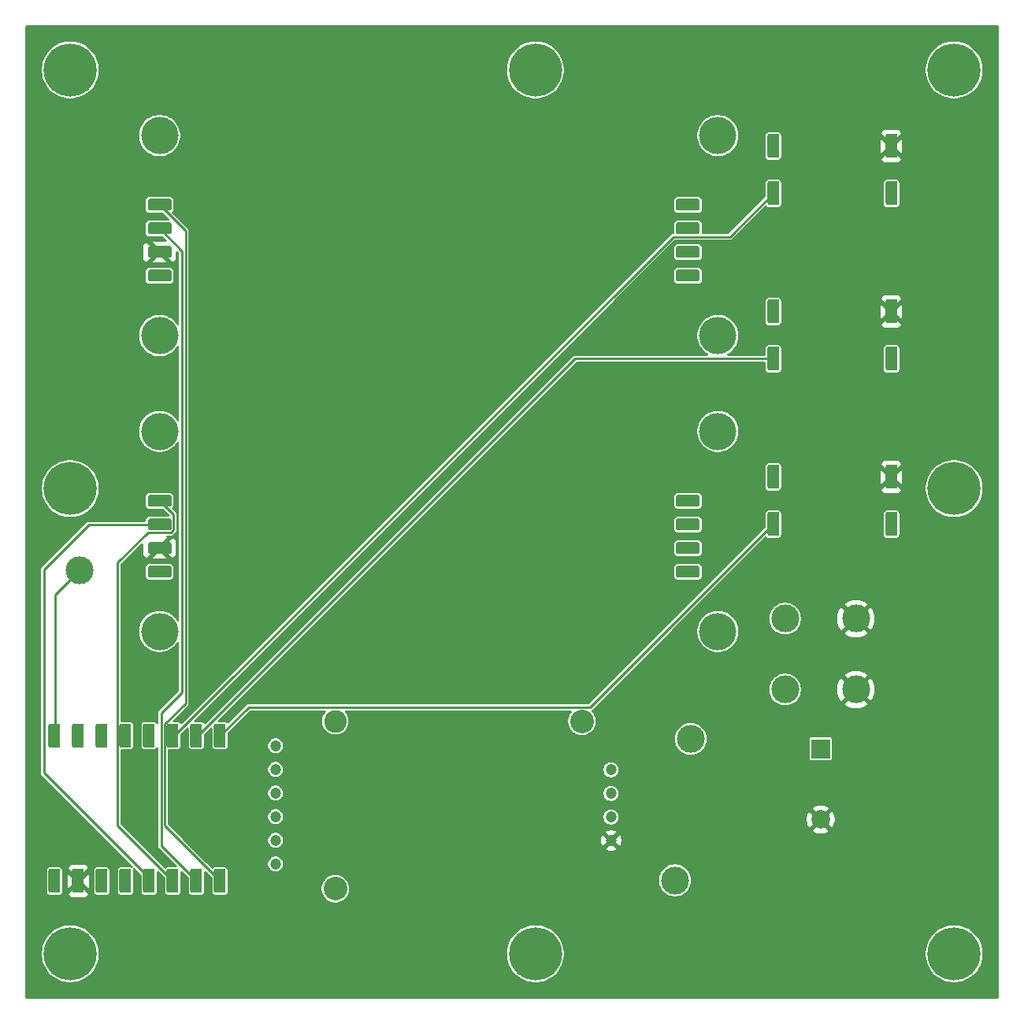
<source format=gtl>
%TF.GenerationSoftware,KiCad,Pcbnew,9.0.2*%
%TF.CreationDate,2025-05-12T22:54:09+08:00*%
%TF.ProjectId,paxclock_a,70617863-6c6f-4636-9b5f-612e6b696361,rev?*%
%TF.SameCoordinates,Original*%
%TF.FileFunction,Copper,L1,Top*%
%TF.FilePolarity,Positive*%
%FSLAX46Y46*%
G04 Gerber Fmt 4.6, Leading zero omitted, Abs format (unit mm)*
G04 Created by KiCad (PCBNEW 9.0.2) date 2025-05-12 22:54:09*
%MOMM*%
%LPD*%
G01*
G04 APERTURE LIST*
G04 Aperture macros list*
%AMRoundRect*
0 Rectangle with rounded corners*
0 $1 Rounding radius*
0 $2 $3 $4 $5 $6 $7 $8 $9 X,Y pos of 4 corners*
0 Add a 4 corners polygon primitive as box body*
4,1,4,$2,$3,$4,$5,$6,$7,$8,$9,$2,$3,0*
0 Add four circle primitives for the rounded corners*
1,1,$1+$1,$2,$3*
1,1,$1+$1,$4,$5*
1,1,$1+$1,$6,$7*
1,1,$1+$1,$8,$9*
0 Add four rect primitives between the rounded corners*
20,1,$1+$1,$2,$3,$4,$5,0*
20,1,$1+$1,$4,$5,$6,$7,0*
20,1,$1+$1,$6,$7,$8,$9,0*
20,1,$1+$1,$8,$9,$2,$3,0*%
G04 Aperture macros list end*
%TA.AperFunction,ComponentPad*%
%ADD10C,4.000000*%
%TD*%
%TA.AperFunction,ComponentPad*%
%ADD11RoundRect,0.190500X-1.079500X-0.444500X1.079500X-0.444500X1.079500X0.444500X-1.079500X0.444500X0*%
%TD*%
%TA.AperFunction,ComponentPad*%
%ADD12C,3.000000*%
%TD*%
%TA.AperFunction,ComponentPad*%
%ADD13RoundRect,0.190500X0.444500X-1.079500X0.444500X1.079500X-0.444500X1.079500X-0.444500X-1.079500X0*%
%TD*%
%TA.AperFunction,ComponentPad*%
%ADD14C,5.700000*%
%TD*%
%TA.AperFunction,ComponentPad*%
%ADD15R,2.000000X2.000000*%
%TD*%
%TA.AperFunction,ComponentPad*%
%ADD16C,2.000000*%
%TD*%
%TA.AperFunction,ComponentPad*%
%ADD17RoundRect,0.190500X-0.444500X1.079500X-0.444500X-1.079500X0.444500X-1.079500X0.444500X1.079500X0*%
%TD*%
%TA.AperFunction,ComponentPad*%
%ADD18C,2.540000*%
%TD*%
%TA.AperFunction,ComponentPad*%
%ADD19C,2.430000*%
%TD*%
%TA.AperFunction,ComponentPad*%
%ADD20C,1.200000*%
%TD*%
%TA.AperFunction,Conductor*%
%ADD21C,0.254000*%
%TD*%
G04 APERTURE END LIST*
D10*
%TO.P,U2,*%
%TO.N,*%
X49600000Y-42050000D03*
X49600000Y-63550000D03*
X109600000Y-42050000D03*
X109600000Y-63550000D03*
D11*
%TO.P,U2,1,CLK*%
%TO.N,Net-(U1-GPIO0)*%
X49600000Y-49500000D03*
%TO.P,U2,2,DIO*%
%TO.N,Net-(U1-GPIO1)*%
X49600000Y-52040000D03*
%TO.P,U2,3,GND*%
%TO.N,/GND*%
X49600000Y-54580000D03*
%TO.P,U2,4,5V*%
%TO.N,Net-(P_5V1-Pad1)*%
X49600000Y-57120000D03*
%TO.P,U2,5,CLK*%
%TO.N,unconnected-(U2-CLK-Pad5)*%
X106400000Y-49500000D03*
%TO.P,U2,6,DIO*%
%TO.N,unconnected-(U2-DIO-Pad6)*%
X106400000Y-52040000D03*
%TO.P,U2,7,GND*%
%TO.N,unconnected-(U2-GND-Pad7)*%
X106400000Y-54580000D03*
%TO.P,U2,8,5V*%
%TO.N,unconnected-(U2-5V-Pad8)*%
X106400000Y-57120000D03*
%TD*%
D12*
%TO.P,P_GND1,1,1*%
%TO.N,/GND*%
X124460000Y-101600000D03*
%TD*%
D13*
%TO.P,SW2,0,IN0*%
%TO.N,unconnected-(SW2-IN0-Pad0)*%
X115570000Y-43180000D03*
%TO.P,SW2,1,IN1*%
%TO.N,/GND*%
X128270000Y-43180000D03*
%TO.P,SW2,2,OUT0*%
%TO.N,Net-(SW2-OUT0)*%
X115570000Y-48260000D03*
%TO.P,SW2,3,OUT1*%
%TO.N,unconnected-(SW2-OUT1-Pad3)*%
X128270000Y-48260000D03*
%TD*%
D14*
%TO.P,H7,1*%
%TO.N,N/C*%
X90000000Y-35000000D03*
%TD*%
%TO.P,H5,1*%
%TO.N,N/C*%
X40000000Y-35000000D03*
%TD*%
%TO.P,H8,1*%
%TO.N,N/C*%
X40000000Y-130000000D03*
%TD*%
D12*
%TO.P,P_3V3,1,1*%
%TO.N,Net-(U1-3V3)*%
X116840000Y-93980000D03*
%TD*%
D14*
%TO.P,H10,1*%
%TO.N,N/C*%
X135000000Y-130000000D03*
%TD*%
D15*
%TO.P,BZ1,1,+*%
%TO.N,Net-(BZ1-+)*%
X120660000Y-107960000D03*
D16*
%TO.P,BZ1,2,-*%
%TO.N,/GND*%
X120660000Y-115560000D03*
%TD*%
D13*
%TO.P,SW3,0,IN0*%
%TO.N,unconnected-(SW3-IN0-Pad0)*%
X115570000Y-60960000D03*
%TO.P,SW3,1,IN1*%
%TO.N,/GND*%
X128270000Y-60960000D03*
%TO.P,SW3,2,OUT0*%
%TO.N,Net-(SW3-OUT0)*%
X115570000Y-66040000D03*
%TO.P,SW3,3,OUT1*%
%TO.N,unconnected-(SW3-OUT1-Pad3)*%
X128270000Y-66040000D03*
%TD*%
D12*
%TO.P,P_D7,1,1*%
%TO.N,Net-(U1-GPIO7)*%
X106700000Y-106900000D03*
%TD*%
D14*
%TO.P,H11,1*%
%TO.N,N/C*%
X135000000Y-80000000D03*
%TD*%
D12*
%TO.P,P_D5,1,1*%
%TO.N,Net-(U1-GPIO5)*%
X41000000Y-88800000D03*
%TD*%
%TO.P,P_GND2,1,1*%
%TO.N,/GND*%
X124460000Y-93980000D03*
%TD*%
%TO.P,P_D4,1,1*%
%TO.N,Net-(U1-GPIO4)*%
X105000000Y-122100000D03*
%TD*%
D13*
%TO.P,SW4,0,IN0*%
%TO.N,unconnected-(SW4-IN0-Pad0)*%
X115570000Y-78740000D03*
%TO.P,SW4,1,IN1*%
%TO.N,/GND*%
X128270000Y-78740000D03*
%TO.P,SW4,2,OUT0*%
%TO.N,Net-(SW4-OUT0)*%
X115570000Y-83820000D03*
%TO.P,SW4,3,OUT1*%
%TO.N,unconnected-(SW4-OUT1-Pad3)*%
X128270000Y-83820000D03*
%TD*%
D14*
%TO.P,H9,1*%
%TO.N,N/C*%
X90000000Y-130000000D03*
%TD*%
%TO.P,H6,1*%
%TO.N,N/C*%
X135000000Y-35000000D03*
%TD*%
D10*
%TO.P,U4,*%
%TO.N,*%
X49600000Y-73850000D03*
X49600000Y-95350000D03*
X109600000Y-73850000D03*
X109600000Y-95350000D03*
D11*
%TO.P,U4,1,CLK*%
%TO.N,Net-(U1-GPIO2)*%
X49600000Y-81300000D03*
%TO.P,U4,2,DIO*%
%TO.N,Net-(U1-GPIO3)*%
X49600000Y-83840000D03*
%TO.P,U4,3,GND*%
%TO.N,/GND*%
X49600000Y-86380000D03*
%TO.P,U4,4,5V*%
%TO.N,Net-(P_5V1-Pad1)*%
X49600000Y-88920000D03*
%TO.P,U4,5,CLK*%
%TO.N,unconnected-(U4-CLK-Pad5)*%
X106400000Y-81300000D03*
%TO.P,U4,6,DIO*%
%TO.N,unconnected-(U4-DIO-Pad6)*%
X106400000Y-83840000D03*
%TO.P,U4,7,GND*%
%TO.N,unconnected-(U4-GND-Pad7)*%
X106400000Y-86380000D03*
%TO.P,U4,8,5V*%
%TO.N,unconnected-(U4-5V-Pad8)*%
X106400000Y-88920000D03*
%TD*%
D12*
%TO.P,P_5V1,1,1*%
%TO.N,Net-(P_5V1-Pad1)*%
X116840000Y-101600000D03*
%TD*%
D14*
%TO.P,H12,1*%
%TO.N,N/C*%
X40000000Y-80000000D03*
%TD*%
D17*
%TO.P,U1,0,GPIO0*%
%TO.N,Net-(U1-GPIO0)*%
X56113000Y-122174000D03*
%TO.P,U1,1,GPIO1*%
%TO.N,Net-(U1-GPIO1)*%
X53573000Y-122174000D03*
%TO.P,U1,2,GPIO2*%
%TO.N,Net-(U1-GPIO2)*%
X51033000Y-122174000D03*
%TO.P,U1,3,GPIO3*%
%TO.N,Net-(U1-GPIO3)*%
X48493000Y-122174000D03*
%TO.P,U1,3.3,3V3*%
%TO.N,Net-(U1-3V3)*%
X43413000Y-122174000D03*
%TO.P,U1,4,GPIO4*%
%TO.N,Net-(U1-GPIO4)*%
X45953000Y-122174000D03*
%TO.P,U1,5,GPIO5*%
%TO.N,Net-(U1-GPIO5)*%
X38333000Y-106553000D03*
%TO.P,U1,5V,5V*%
%TO.N,Net-(P_5V1-Pad1)*%
X38333000Y-122174000D03*
%TO.P,U1,6,GPIO6*%
%TO.N,Net-(BZ1-+)*%
X40873000Y-106553000D03*
%TO.P,U1,7,GPIO7*%
%TO.N,Net-(U1-GPIO7)*%
X43413000Y-106553000D03*
%TO.P,U1,8,SDA*%
%TO.N,Net-(U1-GPIO8)*%
X45953000Y-106553000D03*
%TO.P,U1,9,SCL*%
%TO.N,Net-(U1-GPIO9)*%
X48493000Y-106553000D03*
%TO.P,U1,10,GPIO10*%
%TO.N,Net-(SW2-OUT0)*%
X51033000Y-106553000D03*
%TO.P,U1,20,GPIO20*%
%TO.N,Net-(SW3-OUT0)*%
X53573000Y-106553000D03*
%TO.P,U1,21,GPIO21*%
%TO.N,Net-(SW4-OUT0)*%
X56113000Y-106553000D03*
%TO.P,U1,G,GND*%
%TO.N,/GND*%
X40873000Y-122174000D03*
%TD*%
D18*
%TO.P,U6,*%
%TO.N,*%
X95000000Y-105000000D03*
X68500000Y-123000000D03*
D19*
X68500000Y-105000000D03*
D20*
%TO.P,U6,1,SCL*%
%TO.N,Net-(U1-GPIO9)*%
X98130000Y-110220000D03*
%TO.P,U6,2,SDA*%
%TO.N,Net-(U1-GPIO8)*%
X98130000Y-112760000D03*
%TO.P,U6,3,VCC*%
%TO.N,Net-(P_5V1-Pad1)*%
X98130000Y-115300000D03*
%TO.P,U6,4,GND*%
%TO.N,/GND*%
X98130000Y-117840000D03*
%TO.P,U6,5,32K*%
%TO.N,unconnected-(U6-32K-Pad5)*%
X62080000Y-107650000D03*
%TO.P,U6,6,SQW*%
%TO.N,unconnected-(U6-SQW-Pad6)*%
X62080000Y-110190000D03*
%TO.P,U6,7,SCL*%
%TO.N,unconnected-(U6-SCL-Pad7)*%
X62080000Y-112730000D03*
%TO.P,U6,8,SDA*%
%TO.N,unconnected-(U6-SDA-Pad8)*%
X62080000Y-115270000D03*
%TO.P,U6,9,VCC*%
%TO.N,unconnected-(U6-VCC-Pad9)*%
X62080000Y-117810000D03*
%TO.P,U6,10,GND*%
%TO.N,unconnected-(U6-GND-Pad10)*%
X62080000Y-120350000D03*
%TD*%
D21*
%TO.N,Net-(SW2-OUT0)*%
X110897000Y-52933000D02*
X115570000Y-48260000D01*
X51080000Y-106680000D02*
X104827000Y-52933000D01*
X104827000Y-52933000D02*
X110897000Y-52933000D01*
%TO.N,Net-(SW3-OUT0)*%
X53620000Y-106680000D02*
X94260000Y-66040000D01*
X94260000Y-66040000D02*
X115570000Y-66040000D01*
%TO.N,Net-(SW4-OUT0)*%
X56113000Y-106553000D02*
X59164000Y-103502000D01*
X95888000Y-103502000D02*
X115570000Y-83820000D01*
X59164000Y-103502000D02*
X95888000Y-103502000D01*
%TO.N,Net-(U1-GPIO3)*%
X37200000Y-110580000D02*
X37200000Y-88700000D01*
X48540000Y-121920000D02*
X37200000Y-110580000D01*
X41995000Y-83905000D02*
X49625000Y-83905000D01*
X37200000Y-88700000D02*
X41995000Y-83905000D01*
%TO.N,Net-(U1-GPIO1)*%
X52038000Y-101862000D02*
X52038000Y-54478000D01*
X49815000Y-104085000D02*
X52038000Y-101862000D01*
X49815000Y-118416000D02*
X49815000Y-104085000D01*
X52038000Y-54478000D02*
X49600000Y-52040000D01*
X53573000Y-122174000D02*
X49815000Y-118416000D01*
%TO.N,Net-(U1-GPIO2)*%
X48341874Y-84703000D02*
X50858126Y-84703000D01*
X51098000Y-84463126D02*
X51098000Y-82798000D01*
X50858126Y-84703000D02*
X51098000Y-84463126D01*
X45090000Y-87954874D02*
X48341874Y-84703000D01*
X51098000Y-82798000D02*
X49600000Y-81300000D01*
X51033000Y-122174000D02*
X45090000Y-116231000D01*
X45090000Y-116231000D02*
X45090000Y-87954874D01*
%TO.N,Net-(U1-GPIO0)*%
X50170000Y-105294874D02*
X50170000Y-116231000D01*
X49625000Y-49530000D02*
X52393000Y-52298000D01*
X52393000Y-52298000D02*
X52393000Y-103071874D01*
X50170000Y-116231000D02*
X56113000Y-122174000D01*
X52393000Y-103071874D02*
X50170000Y-105294874D01*
%TO.N,Net-(U1-GPIO5)*%
X38380000Y-91420000D02*
X38380000Y-106680000D01*
X41000000Y-88800000D02*
X38380000Y-91420000D01*
%TD*%
%TA.AperFunction,Conductor*%
%TO.N,/GND*%
G36*
X139742539Y-30220185D02*
G01*
X139788294Y-30272989D01*
X139799500Y-30324500D01*
X139799500Y-134675500D01*
X139779815Y-134742539D01*
X139727011Y-134788294D01*
X139675500Y-134799500D01*
X35324500Y-134799500D01*
X35257461Y-134779815D01*
X35211706Y-134727011D01*
X35200500Y-134675500D01*
X35200500Y-129828681D01*
X36949500Y-129828681D01*
X36949500Y-130171318D01*
X36987858Y-130511768D01*
X36987861Y-130511782D01*
X37064102Y-130845816D01*
X37064103Y-130845818D01*
X37177264Y-131169216D01*
X37325922Y-131477907D01*
X37325924Y-131477910D01*
X37508211Y-131768018D01*
X37721834Y-132035893D01*
X37964107Y-132278166D01*
X38231982Y-132491789D01*
X38522090Y-132674076D01*
X38830785Y-132822736D01*
X39154183Y-132935897D01*
X39488217Y-133012139D01*
X39488226Y-133012140D01*
X39488231Y-133012141D01*
X39715197Y-133037713D01*
X39828682Y-133050499D01*
X39828685Y-133050500D01*
X39828688Y-133050500D01*
X40171315Y-133050500D01*
X40171316Y-133050499D01*
X40345311Y-133030895D01*
X40511768Y-133012141D01*
X40511771Y-133012140D01*
X40511783Y-133012139D01*
X40845817Y-132935897D01*
X41169215Y-132822736D01*
X41477910Y-132674076D01*
X41768018Y-132491789D01*
X42035893Y-132278166D01*
X42278166Y-132035893D01*
X42491789Y-131768018D01*
X42674076Y-131477910D01*
X42822736Y-131169215D01*
X42935897Y-130845817D01*
X43012139Y-130511783D01*
X43050500Y-130171312D01*
X43050500Y-129828688D01*
X43050499Y-129828681D01*
X86949500Y-129828681D01*
X86949500Y-130171318D01*
X86987858Y-130511768D01*
X86987861Y-130511782D01*
X87064102Y-130845816D01*
X87064103Y-130845818D01*
X87177264Y-131169216D01*
X87325922Y-131477907D01*
X87325924Y-131477910D01*
X87508211Y-131768018D01*
X87721834Y-132035893D01*
X87964107Y-132278166D01*
X88231982Y-132491789D01*
X88522090Y-132674076D01*
X88830785Y-132822736D01*
X89154183Y-132935897D01*
X89488217Y-133012139D01*
X89488226Y-133012140D01*
X89488231Y-133012141D01*
X89715197Y-133037713D01*
X89828682Y-133050499D01*
X89828685Y-133050500D01*
X89828688Y-133050500D01*
X90171315Y-133050500D01*
X90171316Y-133050499D01*
X90345311Y-133030895D01*
X90511768Y-133012141D01*
X90511771Y-133012140D01*
X90511783Y-133012139D01*
X90845817Y-132935897D01*
X91169215Y-132822736D01*
X91477910Y-132674076D01*
X91768018Y-132491789D01*
X92035893Y-132278166D01*
X92278166Y-132035893D01*
X92491789Y-131768018D01*
X92674076Y-131477910D01*
X92822736Y-131169215D01*
X92935897Y-130845817D01*
X93012139Y-130511783D01*
X93050500Y-130171312D01*
X93050500Y-129828688D01*
X93050499Y-129828681D01*
X131949500Y-129828681D01*
X131949500Y-130171318D01*
X131987858Y-130511768D01*
X131987861Y-130511782D01*
X132064102Y-130845816D01*
X132064103Y-130845818D01*
X132177264Y-131169216D01*
X132325922Y-131477907D01*
X132325924Y-131477910D01*
X132508211Y-131768018D01*
X132721834Y-132035893D01*
X132964107Y-132278166D01*
X133231982Y-132491789D01*
X133522090Y-132674076D01*
X133830785Y-132822736D01*
X134154183Y-132935897D01*
X134488217Y-133012139D01*
X134488226Y-133012140D01*
X134488231Y-133012141D01*
X134715197Y-133037713D01*
X134828682Y-133050499D01*
X134828685Y-133050500D01*
X134828688Y-133050500D01*
X135171315Y-133050500D01*
X135171316Y-133050499D01*
X135345311Y-133030895D01*
X135511768Y-133012141D01*
X135511771Y-133012140D01*
X135511783Y-133012139D01*
X135845817Y-132935897D01*
X136169215Y-132822736D01*
X136477910Y-132674076D01*
X136768018Y-132491789D01*
X137035893Y-132278166D01*
X137278166Y-132035893D01*
X137491789Y-131768018D01*
X137674076Y-131477910D01*
X137822736Y-131169215D01*
X137935897Y-130845817D01*
X138012139Y-130511783D01*
X138050500Y-130171312D01*
X138050500Y-129828688D01*
X138012139Y-129488217D01*
X137935897Y-129154183D01*
X137822736Y-128830785D01*
X137674076Y-128522090D01*
X137491789Y-128231982D01*
X137278166Y-127964107D01*
X137035893Y-127721834D01*
X136768018Y-127508211D01*
X136477910Y-127325924D01*
X136477907Y-127325922D01*
X136169216Y-127177264D01*
X135845818Y-127064103D01*
X135845816Y-127064102D01*
X135588024Y-127005262D01*
X135511783Y-126987861D01*
X135511780Y-126987860D01*
X135511768Y-126987858D01*
X135171318Y-126949500D01*
X135171312Y-126949500D01*
X134828688Y-126949500D01*
X134828681Y-126949500D01*
X134488231Y-126987858D01*
X134488217Y-126987861D01*
X134154183Y-127064102D01*
X134154181Y-127064103D01*
X133830783Y-127177264D01*
X133522092Y-127325922D01*
X133231983Y-127508210D01*
X132964107Y-127721833D01*
X132721833Y-127964107D01*
X132508210Y-128231983D01*
X132325922Y-128522092D01*
X132177264Y-128830783D01*
X132064103Y-129154181D01*
X132064102Y-129154183D01*
X131987861Y-129488217D01*
X131987858Y-129488231D01*
X131949500Y-129828681D01*
X93050499Y-129828681D01*
X93012139Y-129488217D01*
X92935897Y-129154183D01*
X92822736Y-128830785D01*
X92674076Y-128522090D01*
X92491789Y-128231982D01*
X92278166Y-127964107D01*
X92035893Y-127721834D01*
X91768018Y-127508211D01*
X91477910Y-127325924D01*
X91477907Y-127325922D01*
X91169216Y-127177264D01*
X90845818Y-127064103D01*
X90845816Y-127064102D01*
X90588024Y-127005262D01*
X90511783Y-126987861D01*
X90511780Y-126987860D01*
X90511768Y-126987858D01*
X90171318Y-126949500D01*
X90171312Y-126949500D01*
X89828688Y-126949500D01*
X89828681Y-126949500D01*
X89488231Y-126987858D01*
X89488217Y-126987861D01*
X89154183Y-127064102D01*
X89154181Y-127064103D01*
X88830783Y-127177264D01*
X88522092Y-127325922D01*
X88231983Y-127508210D01*
X87964107Y-127721833D01*
X87721833Y-127964107D01*
X87508210Y-128231983D01*
X87325922Y-128522092D01*
X87177264Y-128830783D01*
X87064103Y-129154181D01*
X87064102Y-129154183D01*
X86987861Y-129488217D01*
X86987858Y-129488231D01*
X86949500Y-129828681D01*
X43050499Y-129828681D01*
X43012139Y-129488217D01*
X42935897Y-129154183D01*
X42822736Y-128830785D01*
X42674076Y-128522090D01*
X42491789Y-128231982D01*
X42278166Y-127964107D01*
X42035893Y-127721834D01*
X41768018Y-127508211D01*
X41477910Y-127325924D01*
X41477907Y-127325922D01*
X41169216Y-127177264D01*
X40845818Y-127064103D01*
X40845816Y-127064102D01*
X40588024Y-127005262D01*
X40511783Y-126987861D01*
X40511780Y-126987860D01*
X40511768Y-126987858D01*
X40171318Y-126949500D01*
X40171312Y-126949500D01*
X39828688Y-126949500D01*
X39828681Y-126949500D01*
X39488231Y-126987858D01*
X39488217Y-126987861D01*
X39154183Y-127064102D01*
X39154181Y-127064103D01*
X38830783Y-127177264D01*
X38522092Y-127325922D01*
X38231983Y-127508210D01*
X37964107Y-127721833D01*
X37721833Y-127964107D01*
X37508210Y-128231983D01*
X37325922Y-128522092D01*
X37177264Y-128830783D01*
X37064103Y-129154181D01*
X37064102Y-129154183D01*
X36987861Y-129488217D01*
X36987858Y-129488231D01*
X36949500Y-129828681D01*
X35200500Y-129828681D01*
X35200500Y-121063720D01*
X37497500Y-121063720D01*
X37497500Y-123284279D01*
X37511999Y-123375827D01*
X37512000Y-123375830D01*
X37512001Y-123375832D01*
X37568231Y-123486189D01*
X37568233Y-123486191D01*
X37568235Y-123486194D01*
X37655805Y-123573764D01*
X37655807Y-123573765D01*
X37655811Y-123573769D01*
X37766168Y-123629999D01*
X37766170Y-123629999D01*
X37766172Y-123630000D01*
X37857721Y-123644500D01*
X37857726Y-123644500D01*
X38808279Y-123644500D01*
X38899827Y-123630000D01*
X38899827Y-123629999D01*
X38899832Y-123629999D01*
X39010189Y-123573769D01*
X39019485Y-123564473D01*
X39063150Y-123520809D01*
X39097764Y-123486194D01*
X39097769Y-123486189D01*
X39153999Y-123375832D01*
X39158986Y-123344344D01*
X39168500Y-123284279D01*
X39168500Y-121392551D01*
X39738000Y-121392551D01*
X39738000Y-122955447D01*
X40473000Y-122220447D01*
X40473000Y-122226661D01*
X40500259Y-122328394D01*
X40552920Y-122419606D01*
X40627394Y-122494080D01*
X40718606Y-122546741D01*
X40820339Y-122574000D01*
X40826552Y-122574000D01*
X39819592Y-123580958D01*
X39819592Y-123580959D01*
X39880958Y-123682472D01*
X39999528Y-123801042D01*
X39999532Y-123801045D01*
X40143026Y-123887789D01*
X40303123Y-123937677D01*
X40372701Y-123943999D01*
X41373308Y-123943999D01*
X41442875Y-123937678D01*
X41442883Y-123937676D01*
X41602970Y-123887791D01*
X41602972Y-123887790D01*
X41746467Y-123801045D01*
X41746471Y-123801042D01*
X41865040Y-123682473D01*
X41926406Y-123580958D01*
X41926406Y-123580957D01*
X40919448Y-122574000D01*
X40925661Y-122574000D01*
X41027394Y-122546741D01*
X41118606Y-122494080D01*
X41193080Y-122419606D01*
X41245741Y-122328394D01*
X41273000Y-122226661D01*
X41273000Y-122220449D01*
X42007998Y-122955447D01*
X42007999Y-122955446D01*
X42007999Y-121392552D01*
X42007998Y-121392551D01*
X41273000Y-122127550D01*
X41273000Y-122121339D01*
X41245741Y-122019606D01*
X41193080Y-121928394D01*
X41118606Y-121853920D01*
X41027394Y-121801259D01*
X40925661Y-121774000D01*
X40919449Y-121774000D01*
X41629727Y-121063720D01*
X42577500Y-121063720D01*
X42577500Y-123284279D01*
X42591999Y-123375827D01*
X42592000Y-123375830D01*
X42592001Y-123375832D01*
X42648231Y-123486189D01*
X42648233Y-123486191D01*
X42648235Y-123486194D01*
X42735805Y-123573764D01*
X42735807Y-123573765D01*
X42735811Y-123573769D01*
X42846168Y-123629999D01*
X42846170Y-123629999D01*
X42846172Y-123630000D01*
X42937721Y-123644500D01*
X42937726Y-123644500D01*
X43888279Y-123644500D01*
X43979827Y-123630000D01*
X43979827Y-123629999D01*
X43979832Y-123629999D01*
X44090189Y-123573769D01*
X44177769Y-123486189D01*
X44233999Y-123375832D01*
X44238986Y-123344344D01*
X44248500Y-123284279D01*
X44248500Y-121063720D01*
X44234000Y-120972172D01*
X44233999Y-120972170D01*
X44233999Y-120972168D01*
X44177769Y-120861811D01*
X44177765Y-120861807D01*
X44177764Y-120861805D01*
X44090194Y-120774235D01*
X44090191Y-120774233D01*
X44090189Y-120774231D01*
X43979832Y-120718001D01*
X43979830Y-120718000D01*
X43979827Y-120717999D01*
X43888279Y-120703500D01*
X43888274Y-120703500D01*
X42937726Y-120703500D01*
X42937721Y-120703500D01*
X42846172Y-120717999D01*
X42846168Y-120718001D01*
X42735811Y-120774231D01*
X42735810Y-120774232D01*
X42735805Y-120774235D01*
X42648235Y-120861805D01*
X42648232Y-120861810D01*
X42648231Y-120861811D01*
X42619788Y-120917633D01*
X42592001Y-120972168D01*
X42591999Y-120972172D01*
X42577500Y-121063720D01*
X41629727Y-121063720D01*
X41722274Y-120971173D01*
X41926406Y-120767040D01*
X41926406Y-120767039D01*
X41865044Y-120665530D01*
X41746471Y-120546957D01*
X41746467Y-120546954D01*
X41602973Y-120460210D01*
X41442876Y-120410322D01*
X41373298Y-120404000D01*
X40372691Y-120404000D01*
X40303124Y-120410321D01*
X40303116Y-120410323D01*
X40143029Y-120460208D01*
X40143027Y-120460209D01*
X39999532Y-120546954D01*
X39999528Y-120546957D01*
X39880956Y-120665529D01*
X39819592Y-120767039D01*
X39819592Y-120767040D01*
X40826552Y-121774000D01*
X40820339Y-121774000D01*
X40718606Y-121801259D01*
X40627394Y-121853920D01*
X40552920Y-121928394D01*
X40500259Y-122019606D01*
X40473000Y-122121339D01*
X40473000Y-122127551D01*
X39738000Y-121392551D01*
X39168500Y-121392551D01*
X39168500Y-121063720D01*
X39154000Y-120972172D01*
X39153999Y-120972170D01*
X39153999Y-120972168D01*
X39097769Y-120861811D01*
X39097765Y-120861807D01*
X39097764Y-120861805D01*
X39010194Y-120774235D01*
X39010191Y-120774233D01*
X39010189Y-120774231D01*
X38899832Y-120718001D01*
X38899830Y-120718000D01*
X38899827Y-120717999D01*
X38808279Y-120703500D01*
X38808274Y-120703500D01*
X37857726Y-120703500D01*
X37857721Y-120703500D01*
X37766172Y-120717999D01*
X37766168Y-120718001D01*
X37655811Y-120774231D01*
X37655810Y-120774232D01*
X37655805Y-120774235D01*
X37568235Y-120861805D01*
X37568232Y-120861810D01*
X37568231Y-120861811D01*
X37539788Y-120917633D01*
X37512001Y-120972168D01*
X37511999Y-120972172D01*
X37497500Y-121063720D01*
X35200500Y-121063720D01*
X35200500Y-88656884D01*
X36872500Y-88656884D01*
X36872500Y-110536884D01*
X36872500Y-110623116D01*
X36893179Y-110700288D01*
X36894819Y-110706410D01*
X36937934Y-110781088D01*
X36937936Y-110781091D01*
X46690052Y-120533207D01*
X46723537Y-120594530D01*
X46718553Y-120664222D01*
X46676681Y-120720155D01*
X46611217Y-120744572D01*
X46546077Y-120731373D01*
X46519835Y-120718002D01*
X46519827Y-120717999D01*
X46428279Y-120703500D01*
X46428274Y-120703500D01*
X45477726Y-120703500D01*
X45477721Y-120703500D01*
X45386172Y-120717999D01*
X45386168Y-120718001D01*
X45275811Y-120774231D01*
X45275810Y-120774232D01*
X45275805Y-120774235D01*
X45188235Y-120861805D01*
X45188232Y-120861810D01*
X45188231Y-120861811D01*
X45159788Y-120917633D01*
X45132001Y-120972168D01*
X45131999Y-120972172D01*
X45117500Y-121063720D01*
X45117500Y-123284279D01*
X45131999Y-123375827D01*
X45132000Y-123375830D01*
X45132001Y-123375832D01*
X45188231Y-123486189D01*
X45188233Y-123486191D01*
X45188235Y-123486194D01*
X45275805Y-123573764D01*
X45275807Y-123573765D01*
X45275811Y-123573769D01*
X45386168Y-123629999D01*
X45386170Y-123629999D01*
X45386172Y-123630000D01*
X45477721Y-123644500D01*
X45477726Y-123644500D01*
X46428279Y-123644500D01*
X46519827Y-123630000D01*
X46519827Y-123629999D01*
X46519832Y-123629999D01*
X46630189Y-123573769D01*
X46717769Y-123486189D01*
X46773999Y-123375832D01*
X46778986Y-123344344D01*
X46788500Y-123284279D01*
X46788500Y-121063720D01*
X46774000Y-120972172D01*
X46773999Y-120972170D01*
X46773999Y-120972168D01*
X46760625Y-120945921D01*
X46747730Y-120877254D01*
X46774006Y-120812514D01*
X46831112Y-120772256D01*
X46900918Y-120769264D01*
X46958792Y-120801947D01*
X47621181Y-121464336D01*
X47654666Y-121525659D01*
X47657500Y-121552017D01*
X47657500Y-123284279D01*
X47671999Y-123375827D01*
X47672000Y-123375830D01*
X47672001Y-123375832D01*
X47728231Y-123486189D01*
X47728233Y-123486191D01*
X47728235Y-123486194D01*
X47815805Y-123573764D01*
X47815807Y-123573765D01*
X47815811Y-123573769D01*
X47926168Y-123629999D01*
X47926170Y-123629999D01*
X47926172Y-123630000D01*
X48017721Y-123644500D01*
X48017726Y-123644500D01*
X48968279Y-123644500D01*
X49059827Y-123630000D01*
X49059827Y-123629999D01*
X49059832Y-123629999D01*
X49170189Y-123573769D01*
X49257769Y-123486189D01*
X49313999Y-123375832D01*
X49318986Y-123344344D01*
X49328500Y-123284279D01*
X49328500Y-121232017D01*
X49348185Y-121164978D01*
X49400989Y-121119223D01*
X49470147Y-121109279D01*
X49533703Y-121138304D01*
X49540181Y-121144336D01*
X50161181Y-121765336D01*
X50194666Y-121826659D01*
X50197500Y-121853017D01*
X50197500Y-123284279D01*
X50211999Y-123375827D01*
X50212000Y-123375830D01*
X50212001Y-123375832D01*
X50268231Y-123486189D01*
X50268233Y-123486191D01*
X50268235Y-123486194D01*
X50355805Y-123573764D01*
X50355807Y-123573765D01*
X50355811Y-123573769D01*
X50466168Y-123629999D01*
X50466170Y-123629999D01*
X50466172Y-123630000D01*
X50557721Y-123644500D01*
X50557726Y-123644500D01*
X51508279Y-123644500D01*
X51599827Y-123630000D01*
X51599827Y-123629999D01*
X51599832Y-123629999D01*
X51710189Y-123573769D01*
X51797769Y-123486189D01*
X51853999Y-123375832D01*
X51858986Y-123344344D01*
X51868500Y-123284279D01*
X51868500Y-121232017D01*
X51888185Y-121164978D01*
X51940989Y-121119223D01*
X52010147Y-121109279D01*
X52073703Y-121138304D01*
X52080181Y-121144336D01*
X52701181Y-121765336D01*
X52734666Y-121826659D01*
X52737500Y-121853017D01*
X52737500Y-123284279D01*
X52751999Y-123375827D01*
X52752000Y-123375830D01*
X52752001Y-123375832D01*
X52808231Y-123486189D01*
X52808233Y-123486191D01*
X52808235Y-123486194D01*
X52895805Y-123573764D01*
X52895807Y-123573765D01*
X52895811Y-123573769D01*
X53006168Y-123629999D01*
X53006170Y-123629999D01*
X53006172Y-123630000D01*
X53097721Y-123644500D01*
X53097726Y-123644500D01*
X54048279Y-123644500D01*
X54139827Y-123630000D01*
X54139827Y-123629999D01*
X54139832Y-123629999D01*
X54250189Y-123573769D01*
X54337769Y-123486189D01*
X54393999Y-123375832D01*
X54398986Y-123344344D01*
X54408500Y-123284279D01*
X54408500Y-121232017D01*
X54428185Y-121164978D01*
X54480989Y-121119223D01*
X54550147Y-121109279D01*
X54613703Y-121138304D01*
X54620181Y-121144336D01*
X55241181Y-121765336D01*
X55274666Y-121826659D01*
X55277500Y-121853017D01*
X55277500Y-123284279D01*
X55291999Y-123375827D01*
X55292000Y-123375830D01*
X55292001Y-123375832D01*
X55348231Y-123486189D01*
X55348233Y-123486191D01*
X55348235Y-123486194D01*
X55435805Y-123573764D01*
X55435807Y-123573765D01*
X55435811Y-123573769D01*
X55546168Y-123629999D01*
X55546170Y-123629999D01*
X55546172Y-123630000D01*
X55637721Y-123644500D01*
X55637726Y-123644500D01*
X56588279Y-123644500D01*
X56679827Y-123630000D01*
X56679827Y-123629999D01*
X56679832Y-123629999D01*
X56790189Y-123573769D01*
X56877769Y-123486189D01*
X56933999Y-123375832D01*
X56938986Y-123344344D01*
X56948500Y-123284279D01*
X56948500Y-122884269D01*
X67029500Y-122884269D01*
X67029500Y-123115730D01*
X67065709Y-123344344D01*
X67137232Y-123564473D01*
X67137233Y-123564476D01*
X67242318Y-123770713D01*
X67378359Y-123957959D01*
X67378363Y-123957964D01*
X67542035Y-124121636D01*
X67542040Y-124121640D01*
X67705366Y-124240302D01*
X67729290Y-124257684D01*
X67864106Y-124326376D01*
X67935523Y-124362766D01*
X67935526Y-124362767D01*
X68045590Y-124398528D01*
X68155657Y-124434291D01*
X68384269Y-124470500D01*
X68384270Y-124470500D01*
X68615730Y-124470500D01*
X68615731Y-124470500D01*
X68844343Y-124434291D01*
X69064476Y-124362766D01*
X69270710Y-124257684D01*
X69457966Y-124121635D01*
X69621635Y-123957966D01*
X69757684Y-123770710D01*
X69862766Y-123564476D01*
X69934291Y-123344343D01*
X69970500Y-123115731D01*
X69970500Y-122884269D01*
X69934291Y-122655657D01*
X69898528Y-122545590D01*
X69862767Y-122435526D01*
X69862766Y-122435523D01*
X69808180Y-122328394D01*
X69757684Y-122229290D01*
X69717513Y-122173999D01*
X69632777Y-122057369D01*
X69632776Y-122057367D01*
X69621642Y-122042042D01*
X69621636Y-122042035D01*
X69568150Y-121988549D01*
X103299500Y-121988549D01*
X103299500Y-122211450D01*
X103299501Y-122211466D01*
X103328594Y-122432452D01*
X103328595Y-122432457D01*
X103328596Y-122432463D01*
X103354075Y-122527552D01*
X103386290Y-122647780D01*
X103386293Y-122647790D01*
X103389552Y-122655657D01*
X103471595Y-122853726D01*
X103583052Y-123046774D01*
X103583057Y-123046780D01*
X103583058Y-123046782D01*
X103718751Y-123223622D01*
X103718757Y-123223629D01*
X103876370Y-123381242D01*
X103876376Y-123381247D01*
X104053226Y-123516948D01*
X104246274Y-123628405D01*
X104452219Y-123713710D01*
X104667537Y-123771404D01*
X104888543Y-123800500D01*
X104888550Y-123800500D01*
X105111450Y-123800500D01*
X105111457Y-123800500D01*
X105332463Y-123771404D01*
X105547781Y-123713710D01*
X105753726Y-123628405D01*
X105946774Y-123516948D01*
X106123624Y-123381247D01*
X106281247Y-123223624D01*
X106416948Y-123046774D01*
X106528405Y-122853726D01*
X106613710Y-122647781D01*
X106671404Y-122432463D01*
X106700500Y-122211457D01*
X106700500Y-121988543D01*
X106671404Y-121767537D01*
X106613710Y-121552219D01*
X106528405Y-121346274D01*
X106416948Y-121153226D01*
X106281247Y-120976376D01*
X106281242Y-120976370D01*
X106123629Y-120818757D01*
X106123622Y-120818751D01*
X105946782Y-120683058D01*
X105946780Y-120683057D01*
X105946774Y-120683052D01*
X105753726Y-120571595D01*
X105753722Y-120571593D01*
X105547790Y-120486293D01*
X105547783Y-120486291D01*
X105547781Y-120486290D01*
X105332463Y-120428596D01*
X105332457Y-120428595D01*
X105332452Y-120428594D01*
X105111466Y-120399501D01*
X105111463Y-120399500D01*
X105111457Y-120399500D01*
X104888543Y-120399500D01*
X104888537Y-120399500D01*
X104888533Y-120399501D01*
X104667547Y-120428594D01*
X104667540Y-120428595D01*
X104667537Y-120428596D01*
X104452219Y-120486290D01*
X104452209Y-120486293D01*
X104246277Y-120571593D01*
X104246273Y-120571595D01*
X104053226Y-120683052D01*
X104053217Y-120683058D01*
X103876377Y-120818751D01*
X103876370Y-120818757D01*
X103718757Y-120976370D01*
X103718751Y-120976377D01*
X103583058Y-121153217D01*
X103583052Y-121153226D01*
X103471595Y-121346273D01*
X103471593Y-121346277D01*
X103386293Y-121552209D01*
X103386290Y-121552219D01*
X103335354Y-121742318D01*
X103328597Y-121767534D01*
X103328594Y-121767547D01*
X103299501Y-121988533D01*
X103299500Y-121988549D01*
X69568150Y-121988549D01*
X69457964Y-121878363D01*
X69457959Y-121878359D01*
X69270713Y-121742318D01*
X69270712Y-121742317D01*
X69270710Y-121742316D01*
X69204638Y-121708650D01*
X69064476Y-121637233D01*
X69064473Y-121637232D01*
X68844344Y-121565709D01*
X68730037Y-121547604D01*
X68615731Y-121529500D01*
X68384269Y-121529500D01*
X68308065Y-121541569D01*
X68155655Y-121565709D01*
X67935526Y-121637232D01*
X67935523Y-121637233D01*
X67729286Y-121742318D01*
X67542040Y-121878359D01*
X67542035Y-121878363D01*
X67378363Y-122042035D01*
X67378359Y-122042040D01*
X67242318Y-122229286D01*
X67137233Y-122435523D01*
X67137232Y-122435526D01*
X67065709Y-122655655D01*
X67029500Y-122884269D01*
X56948500Y-122884269D01*
X56948500Y-121063720D01*
X56934000Y-120972172D01*
X56933999Y-120972170D01*
X56933999Y-120972168D01*
X56877769Y-120861811D01*
X56877765Y-120861807D01*
X56877764Y-120861805D01*
X56790194Y-120774235D01*
X56790191Y-120774233D01*
X56790189Y-120774231D01*
X56679832Y-120718001D01*
X56679830Y-120718000D01*
X56679827Y-120717999D01*
X56588279Y-120703500D01*
X56588274Y-120703500D01*
X55637726Y-120703500D01*
X55637721Y-120703500D01*
X55546172Y-120717999D01*
X55546168Y-120718001D01*
X55435811Y-120774231D01*
X55435810Y-120774232D01*
X55435805Y-120774235D01*
X55393779Y-120816262D01*
X55332456Y-120849747D01*
X55262764Y-120844763D01*
X55218417Y-120816262D01*
X54673308Y-120271153D01*
X61279500Y-120271153D01*
X61279500Y-120428846D01*
X61310261Y-120583489D01*
X61310264Y-120583501D01*
X61370602Y-120729172D01*
X61370609Y-120729185D01*
X61458210Y-120860288D01*
X61458213Y-120860292D01*
X61569707Y-120971786D01*
X61569711Y-120971789D01*
X61700814Y-121059390D01*
X61700827Y-121059397D01*
X61821255Y-121109279D01*
X61846503Y-121119737D01*
X61970170Y-121144336D01*
X62001153Y-121150499D01*
X62001156Y-121150500D01*
X62001158Y-121150500D01*
X62158844Y-121150500D01*
X62158845Y-121150499D01*
X62313497Y-121119737D01*
X62459179Y-121059394D01*
X62590289Y-120971789D01*
X62701789Y-120860289D01*
X62789394Y-120729179D01*
X62792953Y-120720588D01*
X62849735Y-120583501D01*
X62849737Y-120583497D01*
X62880500Y-120428842D01*
X62880500Y-120271158D01*
X62880500Y-120271155D01*
X62880499Y-120271153D01*
X62849738Y-120116510D01*
X62849737Y-120116503D01*
X62849735Y-120116498D01*
X62789397Y-119970827D01*
X62789390Y-119970814D01*
X62701789Y-119839711D01*
X62701786Y-119839707D01*
X62590292Y-119728213D01*
X62590288Y-119728210D01*
X62459185Y-119640609D01*
X62459172Y-119640602D01*
X62313501Y-119580264D01*
X62313489Y-119580261D01*
X62158845Y-119549500D01*
X62158842Y-119549500D01*
X62001158Y-119549500D01*
X62001155Y-119549500D01*
X61846510Y-119580261D01*
X61846498Y-119580264D01*
X61700827Y-119640602D01*
X61700814Y-119640609D01*
X61569711Y-119728210D01*
X61569707Y-119728213D01*
X61458213Y-119839707D01*
X61458210Y-119839711D01*
X61370609Y-119970814D01*
X61370602Y-119970827D01*
X61310264Y-120116498D01*
X61310261Y-120116510D01*
X61279500Y-120271153D01*
X54673308Y-120271153D01*
X52133308Y-117731153D01*
X61279500Y-117731153D01*
X61279500Y-117888846D01*
X61310261Y-118043489D01*
X61310264Y-118043501D01*
X61370602Y-118189172D01*
X61370609Y-118189185D01*
X61458210Y-118320288D01*
X61458213Y-118320292D01*
X61569707Y-118431786D01*
X61569711Y-118431789D01*
X61700814Y-118519390D01*
X61700827Y-118519397D01*
X61846498Y-118579735D01*
X61846503Y-118579737D01*
X61985639Y-118607413D01*
X62001153Y-118610499D01*
X62001156Y-118610500D01*
X62001158Y-118610500D01*
X62158844Y-118610500D01*
X62158845Y-118610499D01*
X62163081Y-118609656D01*
X62174359Y-118607414D01*
X62174364Y-118607413D01*
X62276722Y-118587051D01*
X62313497Y-118579737D01*
X62459179Y-118519394D01*
X62590289Y-118431789D01*
X62701789Y-118320289D01*
X62789394Y-118189179D01*
X62849737Y-118043497D01*
X62880500Y-117888842D01*
X62880500Y-117753428D01*
X97030000Y-117753428D01*
X97030000Y-117926571D01*
X97057085Y-118097584D01*
X97110592Y-118262259D01*
X97189196Y-118416525D01*
X97193709Y-118422736D01*
X97193709Y-118422737D01*
X97730000Y-117886446D01*
X97730000Y-117892661D01*
X97757259Y-117994394D01*
X97809920Y-118085606D01*
X97884394Y-118160080D01*
X97975606Y-118212741D01*
X98077339Y-118240000D01*
X98083553Y-118240000D01*
X97547261Y-118776289D01*
X97547262Y-118776290D01*
X97553471Y-118780801D01*
X97707742Y-118859408D01*
X97872415Y-118912914D01*
X98043429Y-118940000D01*
X98216571Y-118940000D01*
X98387584Y-118912914D01*
X98552257Y-118859408D01*
X98706525Y-118780803D01*
X98712736Y-118776289D01*
X98712737Y-118776289D01*
X98176448Y-118240000D01*
X98182661Y-118240000D01*
X98284394Y-118212741D01*
X98375606Y-118160080D01*
X98450080Y-118085606D01*
X98502741Y-117994394D01*
X98530000Y-117892661D01*
X98530000Y-117886447D01*
X99066289Y-118422736D01*
X99070803Y-118416525D01*
X99149408Y-118262257D01*
X99202914Y-118097584D01*
X99230000Y-117926571D01*
X99230000Y-117753428D01*
X99202914Y-117582415D01*
X99149408Y-117417742D01*
X99070801Y-117263471D01*
X99066290Y-117257262D01*
X99066289Y-117257261D01*
X98530000Y-117793551D01*
X98530000Y-117787339D01*
X98502741Y-117685606D01*
X98450080Y-117594394D01*
X98375606Y-117519920D01*
X98284394Y-117467259D01*
X98182661Y-117440000D01*
X98176447Y-117440000D01*
X98712737Y-116903709D01*
X98706524Y-116899196D01*
X98601896Y-116845884D01*
X98601895Y-116845884D01*
X98552257Y-116820591D01*
X98387584Y-116767085D01*
X98216571Y-116740000D01*
X98043429Y-116740000D01*
X97872415Y-116767085D01*
X97707740Y-116820592D01*
X97553480Y-116899193D01*
X97553463Y-116899203D01*
X97547261Y-116903708D01*
X97547261Y-116903709D01*
X98083554Y-117440000D01*
X98077339Y-117440000D01*
X97975606Y-117467259D01*
X97884394Y-117519920D01*
X97809920Y-117594394D01*
X97757259Y-117685606D01*
X97730000Y-117787339D01*
X97730000Y-117793552D01*
X97193709Y-117257261D01*
X97193708Y-117257261D01*
X97189203Y-117263463D01*
X97189193Y-117263480D01*
X97110592Y-117417740D01*
X97057085Y-117582415D01*
X97030000Y-117753428D01*
X62880500Y-117753428D01*
X62880500Y-117731158D01*
X62880500Y-117731155D01*
X62880499Y-117731153D01*
X62871439Y-117685606D01*
X62849737Y-117576503D01*
X62826300Y-117519920D01*
X62789397Y-117430827D01*
X62789390Y-117430814D01*
X62701789Y-117299711D01*
X62701786Y-117299707D01*
X62590292Y-117188213D01*
X62590288Y-117188210D01*
X62459185Y-117100609D01*
X62459172Y-117100602D01*
X62374491Y-117065527D01*
X62313501Y-117040264D01*
X62313489Y-117040261D01*
X62158845Y-117009500D01*
X62158842Y-117009500D01*
X62001158Y-117009500D01*
X62001155Y-117009500D01*
X61846510Y-117040261D01*
X61846498Y-117040264D01*
X61700827Y-117100602D01*
X61700814Y-117100609D01*
X61569711Y-117188210D01*
X61569707Y-117188213D01*
X61458213Y-117299707D01*
X61458210Y-117299711D01*
X61370609Y-117430814D01*
X61370602Y-117430827D01*
X61310264Y-117576498D01*
X61310261Y-117576510D01*
X61279500Y-117731153D01*
X52133308Y-117731153D01*
X50533819Y-116131664D01*
X50500334Y-116070341D01*
X50497500Y-116043983D01*
X50497500Y-115191153D01*
X61279500Y-115191153D01*
X61279500Y-115348846D01*
X61310261Y-115503489D01*
X61310264Y-115503501D01*
X61370602Y-115649172D01*
X61370609Y-115649185D01*
X61458210Y-115780288D01*
X61458213Y-115780292D01*
X61569707Y-115891786D01*
X61569711Y-115891789D01*
X61700814Y-115979390D01*
X61700827Y-115979397D01*
X61846498Y-116039735D01*
X61846503Y-116039737D01*
X61997312Y-116069735D01*
X62001153Y-116070499D01*
X62001156Y-116070500D01*
X62001158Y-116070500D01*
X62158844Y-116070500D01*
X62158845Y-116070499D01*
X62313497Y-116039737D01*
X62459179Y-115979394D01*
X62590289Y-115891789D01*
X62701789Y-115780289D01*
X62789394Y-115649179D01*
X62849737Y-115503497D01*
X62880500Y-115348842D01*
X62880500Y-115221153D01*
X97329500Y-115221153D01*
X97329500Y-115378846D01*
X97360261Y-115533489D01*
X97360264Y-115533501D01*
X97420602Y-115679172D01*
X97420609Y-115679185D01*
X97508210Y-115810288D01*
X97508213Y-115810292D01*
X97619707Y-115921786D01*
X97619711Y-115921789D01*
X97750814Y-116009390D01*
X97750827Y-116009397D01*
X97896498Y-116069735D01*
X97896503Y-116069737D01*
X98051153Y-116100499D01*
X98051156Y-116100500D01*
X98051158Y-116100500D01*
X98208844Y-116100500D01*
X98208845Y-116100499D01*
X98363497Y-116069737D01*
X98509179Y-116009394D01*
X98640289Y-115921789D01*
X98751789Y-115810289D01*
X98839394Y-115679179D01*
X98899737Y-115533497D01*
X98917948Y-115441947D01*
X119160000Y-115441947D01*
X119160000Y-115678052D01*
X119196934Y-115911247D01*
X119269897Y-116135802D01*
X119377087Y-116346174D01*
X119437338Y-116429104D01*
X119437340Y-116429105D01*
X120177037Y-115689408D01*
X120194075Y-115752993D01*
X120259901Y-115867007D01*
X120352993Y-115960099D01*
X120467007Y-116025925D01*
X120530590Y-116042962D01*
X119790893Y-116782658D01*
X119873828Y-116842914D01*
X120084197Y-116950102D01*
X120308752Y-117023065D01*
X120308751Y-117023065D01*
X120541948Y-117060000D01*
X120778052Y-117060000D01*
X121011247Y-117023065D01*
X121235802Y-116950102D01*
X121446163Y-116842918D01*
X121446169Y-116842914D01*
X121529104Y-116782658D01*
X121529105Y-116782658D01*
X120789408Y-116042962D01*
X120852993Y-116025925D01*
X120967007Y-115960099D01*
X121060099Y-115867007D01*
X121125925Y-115752993D01*
X121142962Y-115689408D01*
X121882658Y-116429105D01*
X121882658Y-116429104D01*
X121942914Y-116346169D01*
X121942918Y-116346163D01*
X122050102Y-116135802D01*
X122123065Y-115911247D01*
X122160000Y-115678052D01*
X122160000Y-115441947D01*
X122123065Y-115208752D01*
X122050102Y-114984197D01*
X121942914Y-114773828D01*
X121882658Y-114690894D01*
X121882658Y-114690893D01*
X121142962Y-115430590D01*
X121125925Y-115367007D01*
X121060099Y-115252993D01*
X120967007Y-115159901D01*
X120852993Y-115094075D01*
X120789409Y-115077037D01*
X121529105Y-114337340D01*
X121529104Y-114337338D01*
X121446174Y-114277087D01*
X121235802Y-114169897D01*
X121011247Y-114096934D01*
X121011248Y-114096934D01*
X120778052Y-114060000D01*
X120541948Y-114060000D01*
X120308752Y-114096934D01*
X120084197Y-114169897D01*
X119873830Y-114277084D01*
X119790894Y-114337340D01*
X120530591Y-115077037D01*
X120467007Y-115094075D01*
X120352993Y-115159901D01*
X120259901Y-115252993D01*
X120194075Y-115367007D01*
X120177037Y-115430591D01*
X119437340Y-114690894D01*
X119377084Y-114773830D01*
X119269897Y-114984197D01*
X119196934Y-115208752D01*
X119160000Y-115441947D01*
X98917948Y-115441947D01*
X98923729Y-115412883D01*
X98930500Y-115378844D01*
X98930500Y-115221155D01*
X98930499Y-115221153D01*
X98899738Y-115066510D01*
X98899737Y-115066503D01*
X98865645Y-114984197D01*
X98839397Y-114920827D01*
X98839390Y-114920814D01*
X98751789Y-114789711D01*
X98751786Y-114789707D01*
X98640292Y-114678213D01*
X98640288Y-114678210D01*
X98509185Y-114590609D01*
X98509172Y-114590602D01*
X98363501Y-114530264D01*
X98363491Y-114530261D01*
X98242608Y-114506216D01*
X98242607Y-114506215D01*
X98208845Y-114499500D01*
X98208842Y-114499500D01*
X98051158Y-114499500D01*
X98051155Y-114499500D01*
X97896510Y-114530261D01*
X97896498Y-114530264D01*
X97750827Y-114590602D01*
X97750814Y-114590609D01*
X97619711Y-114678210D01*
X97619707Y-114678213D01*
X97508213Y-114789707D01*
X97508210Y-114789711D01*
X97420609Y-114920814D01*
X97420602Y-114920827D01*
X97360264Y-115066498D01*
X97360261Y-115066510D01*
X97329500Y-115221153D01*
X62880500Y-115221153D01*
X62880500Y-115191158D01*
X62880500Y-115191155D01*
X62880499Y-115191153D01*
X62849737Y-115036503D01*
X62849735Y-115036498D01*
X62789397Y-114890827D01*
X62789390Y-114890814D01*
X62701789Y-114759711D01*
X62701786Y-114759707D01*
X62590292Y-114648213D01*
X62590288Y-114648210D01*
X62459185Y-114560609D01*
X62459172Y-114560602D01*
X62313501Y-114500264D01*
X62313489Y-114500261D01*
X62158845Y-114469500D01*
X62158842Y-114469500D01*
X62001158Y-114469500D01*
X62001155Y-114469500D01*
X61846510Y-114500261D01*
X61846498Y-114500264D01*
X61700827Y-114560602D01*
X61700814Y-114560609D01*
X61569711Y-114648210D01*
X61569707Y-114648213D01*
X61458213Y-114759707D01*
X61458210Y-114759711D01*
X61370609Y-114890814D01*
X61370602Y-114890827D01*
X61310264Y-115036498D01*
X61310261Y-115036510D01*
X61279500Y-115191153D01*
X50497500Y-115191153D01*
X50497500Y-112651153D01*
X61279500Y-112651153D01*
X61279500Y-112808846D01*
X61310261Y-112963489D01*
X61310264Y-112963501D01*
X61370602Y-113109172D01*
X61370609Y-113109185D01*
X61458210Y-113240288D01*
X61458213Y-113240292D01*
X61569707Y-113351786D01*
X61569711Y-113351789D01*
X61700814Y-113439390D01*
X61700827Y-113439397D01*
X61846498Y-113499735D01*
X61846503Y-113499737D01*
X61997312Y-113529735D01*
X62001153Y-113530499D01*
X62001156Y-113530500D01*
X62001158Y-113530500D01*
X62158844Y-113530500D01*
X62158845Y-113530499D01*
X62313497Y-113499737D01*
X62459179Y-113439394D01*
X62590289Y-113351789D01*
X62701789Y-113240289D01*
X62789394Y-113109179D01*
X62849737Y-112963497D01*
X62880500Y-112808842D01*
X62880500Y-112681153D01*
X97329500Y-112681153D01*
X97329500Y-112838846D01*
X97360261Y-112993489D01*
X97360264Y-112993501D01*
X97420602Y-113139172D01*
X97420609Y-113139185D01*
X97508210Y-113270288D01*
X97508213Y-113270292D01*
X97619707Y-113381786D01*
X97619711Y-113381789D01*
X97750814Y-113469390D01*
X97750827Y-113469397D01*
X97824078Y-113499738D01*
X97896503Y-113529737D01*
X98051153Y-113560499D01*
X98051156Y-113560500D01*
X98051158Y-113560500D01*
X98208844Y-113560500D01*
X98208845Y-113560499D01*
X98363497Y-113529737D01*
X98509179Y-113469394D01*
X98640289Y-113381789D01*
X98751789Y-113270289D01*
X98839394Y-113139179D01*
X98899737Y-112993497D01*
X98930500Y-112838842D01*
X98930500Y-112681158D01*
X98930500Y-112681155D01*
X98930499Y-112681153D01*
X98899738Y-112526510D01*
X98899737Y-112526503D01*
X98887309Y-112496498D01*
X98839397Y-112380827D01*
X98839390Y-112380814D01*
X98751789Y-112249711D01*
X98751786Y-112249707D01*
X98640292Y-112138213D01*
X98640288Y-112138210D01*
X98509185Y-112050609D01*
X98509172Y-112050602D01*
X98363501Y-111990264D01*
X98363489Y-111990261D01*
X98208845Y-111959500D01*
X98208842Y-111959500D01*
X98051158Y-111959500D01*
X98051155Y-111959500D01*
X97896510Y-111990261D01*
X97896498Y-111990264D01*
X97750827Y-112050602D01*
X97750814Y-112050609D01*
X97619711Y-112138210D01*
X97619707Y-112138213D01*
X97508213Y-112249707D01*
X97508210Y-112249711D01*
X97420609Y-112380814D01*
X97420602Y-112380827D01*
X97360264Y-112526498D01*
X97360261Y-112526510D01*
X97329500Y-112681153D01*
X62880500Y-112681153D01*
X62880500Y-112651158D01*
X62880500Y-112651155D01*
X62880499Y-112651153D01*
X62849737Y-112496503D01*
X62801823Y-112380827D01*
X62789397Y-112350827D01*
X62789390Y-112350814D01*
X62701789Y-112219711D01*
X62701786Y-112219707D01*
X62590292Y-112108213D01*
X62590288Y-112108210D01*
X62459185Y-112020609D01*
X62459172Y-112020602D01*
X62313501Y-111960264D01*
X62313489Y-111960261D01*
X62158845Y-111929500D01*
X62158842Y-111929500D01*
X62001158Y-111929500D01*
X62001155Y-111929500D01*
X61846510Y-111960261D01*
X61846498Y-111960264D01*
X61700827Y-112020602D01*
X61700814Y-112020609D01*
X61569711Y-112108210D01*
X61569707Y-112108213D01*
X61458213Y-112219707D01*
X61458210Y-112219711D01*
X61370609Y-112350814D01*
X61370602Y-112350827D01*
X61310264Y-112496498D01*
X61310261Y-112496510D01*
X61279500Y-112651153D01*
X50497500Y-112651153D01*
X50497500Y-110111153D01*
X61279500Y-110111153D01*
X61279500Y-110268846D01*
X61310261Y-110423489D01*
X61310264Y-110423501D01*
X61370602Y-110569172D01*
X61370609Y-110569185D01*
X61458210Y-110700288D01*
X61458213Y-110700292D01*
X61569707Y-110811786D01*
X61569711Y-110811789D01*
X61700814Y-110899390D01*
X61700827Y-110899397D01*
X61846498Y-110959735D01*
X61846503Y-110959737D01*
X61997312Y-110989735D01*
X62001153Y-110990499D01*
X62001156Y-110990500D01*
X62001158Y-110990500D01*
X62158844Y-110990500D01*
X62158845Y-110990499D01*
X62313497Y-110959737D01*
X62459179Y-110899394D01*
X62590289Y-110811789D01*
X62701789Y-110700289D01*
X62789394Y-110569179D01*
X62849737Y-110423497D01*
X62880500Y-110268842D01*
X62880500Y-110141153D01*
X97329500Y-110141153D01*
X97329500Y-110298846D01*
X97360261Y-110453489D01*
X97360264Y-110453501D01*
X97420602Y-110599172D01*
X97420609Y-110599185D01*
X97508210Y-110730288D01*
X97508213Y-110730292D01*
X97619707Y-110841786D01*
X97619711Y-110841789D01*
X97750814Y-110929390D01*
X97750827Y-110929397D01*
X97824078Y-110959738D01*
X97896503Y-110989737D01*
X98051153Y-111020499D01*
X98051156Y-111020500D01*
X98051158Y-111020500D01*
X98208844Y-111020500D01*
X98208845Y-111020499D01*
X98363497Y-110989737D01*
X98509179Y-110929394D01*
X98640289Y-110841789D01*
X98751789Y-110730289D01*
X98839394Y-110599179D01*
X98899737Y-110453497D01*
X98930500Y-110298842D01*
X98930500Y-110141158D01*
X98930500Y-110141155D01*
X98930499Y-110141153D01*
X98899738Y-109986510D01*
X98899737Y-109986503D01*
X98887309Y-109956498D01*
X98839397Y-109840827D01*
X98839390Y-109840814D01*
X98751789Y-109709711D01*
X98751786Y-109709707D01*
X98640292Y-109598213D01*
X98640288Y-109598210D01*
X98509185Y-109510609D01*
X98509172Y-109510602D01*
X98363501Y-109450264D01*
X98363489Y-109450261D01*
X98208845Y-109419500D01*
X98208842Y-109419500D01*
X98051158Y-109419500D01*
X98051155Y-109419500D01*
X97896510Y-109450261D01*
X97896498Y-109450264D01*
X97750827Y-109510602D01*
X97750814Y-109510609D01*
X97619711Y-109598210D01*
X97619707Y-109598213D01*
X97508213Y-109709707D01*
X97508210Y-109709711D01*
X97420609Y-109840814D01*
X97420602Y-109840827D01*
X97360264Y-109986498D01*
X97360261Y-109986510D01*
X97329500Y-110141153D01*
X62880500Y-110141153D01*
X62880500Y-110111158D01*
X62880500Y-110111155D01*
X62880499Y-110111153D01*
X62849737Y-109956503D01*
X62801823Y-109840827D01*
X62789397Y-109810827D01*
X62789390Y-109810814D01*
X62701789Y-109679711D01*
X62701786Y-109679707D01*
X62590292Y-109568213D01*
X62590288Y-109568210D01*
X62459185Y-109480609D01*
X62459172Y-109480602D01*
X62313501Y-109420264D01*
X62313489Y-109420261D01*
X62158845Y-109389500D01*
X62158842Y-109389500D01*
X62001158Y-109389500D01*
X62001155Y-109389500D01*
X61846510Y-109420261D01*
X61846498Y-109420264D01*
X61700827Y-109480602D01*
X61700814Y-109480609D01*
X61569711Y-109568210D01*
X61569707Y-109568213D01*
X61458213Y-109679707D01*
X61458210Y-109679711D01*
X61370609Y-109810814D01*
X61370602Y-109810827D01*
X61310264Y-109956498D01*
X61310261Y-109956510D01*
X61279500Y-110111153D01*
X50497500Y-110111153D01*
X50497500Y-108147500D01*
X50517185Y-108080461D01*
X50569989Y-108034706D01*
X50621500Y-108023500D01*
X51508279Y-108023500D01*
X51599827Y-108009000D01*
X51599827Y-108008999D01*
X51599832Y-108008999D01*
X51710189Y-107952769D01*
X51797769Y-107865189D01*
X51853999Y-107754832D01*
X51858115Y-107728844D01*
X51868500Y-107663279D01*
X51868500Y-106406017D01*
X51888185Y-106338978D01*
X51904819Y-106318336D01*
X52525819Y-105697336D01*
X52587142Y-105663851D01*
X52656834Y-105668835D01*
X52712767Y-105710707D01*
X52737184Y-105776171D01*
X52737500Y-105785017D01*
X52737500Y-107663279D01*
X52751999Y-107754827D01*
X52752000Y-107754830D01*
X52752001Y-107754832D01*
X52808231Y-107865189D01*
X52808233Y-107865191D01*
X52808235Y-107865194D01*
X52895805Y-107952764D01*
X52895807Y-107952765D01*
X52895811Y-107952769D01*
X53006168Y-108008999D01*
X53006170Y-108008999D01*
X53006172Y-108009000D01*
X53097721Y-108023500D01*
X53097726Y-108023500D01*
X54048279Y-108023500D01*
X54139827Y-108009000D01*
X54139827Y-108008999D01*
X54139832Y-108008999D01*
X54250189Y-107952769D01*
X54337769Y-107865189D01*
X54393999Y-107754832D01*
X54398115Y-107728844D01*
X54408500Y-107663279D01*
X54408500Y-106406017D01*
X54428185Y-106338978D01*
X54444819Y-106318336D01*
X55065819Y-105697336D01*
X55127142Y-105663851D01*
X55196834Y-105668835D01*
X55252767Y-105710707D01*
X55277184Y-105776171D01*
X55277500Y-105785017D01*
X55277500Y-107663279D01*
X55291999Y-107754827D01*
X55292000Y-107754830D01*
X55292001Y-107754832D01*
X55348231Y-107865189D01*
X55348233Y-107865191D01*
X55348235Y-107865194D01*
X55435805Y-107952764D01*
X55435807Y-107952765D01*
X55435811Y-107952769D01*
X55546168Y-108008999D01*
X55546170Y-108008999D01*
X55546172Y-108009000D01*
X55637721Y-108023500D01*
X55637726Y-108023500D01*
X56588279Y-108023500D01*
X56679827Y-108009000D01*
X56679827Y-108008999D01*
X56679832Y-108008999D01*
X56790189Y-107952769D01*
X56877769Y-107865189D01*
X56933999Y-107754832D01*
X56938115Y-107728844D01*
X56948500Y-107663279D01*
X56948500Y-107571153D01*
X61279500Y-107571153D01*
X61279500Y-107728846D01*
X61310261Y-107883489D01*
X61310264Y-107883501D01*
X61370602Y-108029172D01*
X61370609Y-108029185D01*
X61458210Y-108160288D01*
X61458213Y-108160292D01*
X61569707Y-108271786D01*
X61569711Y-108271789D01*
X61700814Y-108359390D01*
X61700827Y-108359397D01*
X61846498Y-108419735D01*
X61846503Y-108419737D01*
X62001153Y-108450499D01*
X62001156Y-108450500D01*
X62001158Y-108450500D01*
X62158844Y-108450500D01*
X62158845Y-108450499D01*
X62313497Y-108419737D01*
X62459179Y-108359394D01*
X62590289Y-108271789D01*
X62701789Y-108160289D01*
X62789394Y-108029179D01*
X62795698Y-108013961D01*
X62849735Y-107883501D01*
X62849737Y-107883497D01*
X62880500Y-107728842D01*
X62880500Y-107571158D01*
X62880500Y-107571155D01*
X62880499Y-107571153D01*
X62855960Y-107447790D01*
X62849737Y-107416503D01*
X62849735Y-107416498D01*
X62789397Y-107270827D01*
X62789390Y-107270814D01*
X62701789Y-107139711D01*
X62701786Y-107139707D01*
X62590292Y-107028213D01*
X62590288Y-107028210D01*
X62459185Y-106940609D01*
X62459172Y-106940602D01*
X62358842Y-106899045D01*
X62313501Y-106880264D01*
X62313489Y-106880261D01*
X62158845Y-106849500D01*
X62158842Y-106849500D01*
X62001158Y-106849500D01*
X62001155Y-106849500D01*
X61846510Y-106880261D01*
X61846498Y-106880264D01*
X61700827Y-106940602D01*
X61700814Y-106940609D01*
X61569711Y-107028210D01*
X61569707Y-107028213D01*
X61458213Y-107139707D01*
X61458210Y-107139711D01*
X61370609Y-107270814D01*
X61370602Y-107270827D01*
X61310264Y-107416498D01*
X61310261Y-107416510D01*
X61279500Y-107571153D01*
X56948500Y-107571153D01*
X56948500Y-106788549D01*
X104999500Y-106788549D01*
X104999500Y-107011450D01*
X104999501Y-107011466D01*
X105028594Y-107232452D01*
X105028595Y-107232457D01*
X105028596Y-107232463D01*
X105028597Y-107232465D01*
X105086290Y-107447780D01*
X105086293Y-107447790D01*
X105137392Y-107571153D01*
X105171595Y-107653726D01*
X105283052Y-107846774D01*
X105283057Y-107846780D01*
X105283058Y-107846782D01*
X105418751Y-108023622D01*
X105418757Y-108023629D01*
X105576370Y-108181242D01*
X105576376Y-108181247D01*
X105753226Y-108316948D01*
X105946274Y-108428405D01*
X106152219Y-108513710D01*
X106367537Y-108571404D01*
X106588543Y-108600500D01*
X106588550Y-108600500D01*
X106811450Y-108600500D01*
X106811457Y-108600500D01*
X107032463Y-108571404D01*
X107247781Y-108513710D01*
X107453726Y-108428405D01*
X107646774Y-108316948D01*
X107823624Y-108181247D01*
X107981247Y-108023624D01*
X108116948Y-107846774D01*
X108228405Y-107653726D01*
X108313710Y-107447781D01*
X108371404Y-107232463D01*
X108400500Y-107011457D01*
X108400500Y-106940247D01*
X119459500Y-106940247D01*
X119459500Y-108979752D01*
X119471131Y-109038229D01*
X119471132Y-109038230D01*
X119515447Y-109104552D01*
X119581769Y-109148867D01*
X119581770Y-109148868D01*
X119640247Y-109160499D01*
X119640250Y-109160500D01*
X119640252Y-109160500D01*
X121679750Y-109160500D01*
X121679751Y-109160499D01*
X121694568Y-109157552D01*
X121738229Y-109148868D01*
X121738229Y-109148867D01*
X121738231Y-109148867D01*
X121804552Y-109104552D01*
X121848867Y-109038231D01*
X121848867Y-109038229D01*
X121848868Y-109038229D01*
X121860499Y-108979752D01*
X121860500Y-108979750D01*
X121860500Y-106940249D01*
X121860499Y-106940247D01*
X121848868Y-106881770D01*
X121848867Y-106881769D01*
X121804552Y-106815447D01*
X121738230Y-106771132D01*
X121738229Y-106771131D01*
X121679752Y-106759500D01*
X121679748Y-106759500D01*
X119640252Y-106759500D01*
X119640247Y-106759500D01*
X119581770Y-106771131D01*
X119581769Y-106771132D01*
X119515447Y-106815447D01*
X119471132Y-106881769D01*
X119471131Y-106881770D01*
X119459500Y-106940247D01*
X108400500Y-106940247D01*
X108400500Y-106788543D01*
X108371404Y-106567537D01*
X108313710Y-106352219D01*
X108308225Y-106338978D01*
X108228406Y-106146277D01*
X108228405Y-106146274D01*
X108116948Y-105953226D01*
X108077867Y-105902294D01*
X107981248Y-105776377D01*
X107981242Y-105776370D01*
X107823629Y-105618757D01*
X107823622Y-105618751D01*
X107646782Y-105483058D01*
X107646780Y-105483057D01*
X107646774Y-105483052D01*
X107453726Y-105371595D01*
X107453722Y-105371593D01*
X107247790Y-105286293D01*
X107247783Y-105286291D01*
X107247781Y-105286290D01*
X107032463Y-105228596D01*
X107032457Y-105228595D01*
X107032452Y-105228594D01*
X106811466Y-105199501D01*
X106811463Y-105199500D01*
X106811457Y-105199500D01*
X106588543Y-105199500D01*
X106588537Y-105199500D01*
X106588533Y-105199501D01*
X106367547Y-105228594D01*
X106367540Y-105228595D01*
X106367537Y-105228596D01*
X106183733Y-105277846D01*
X106152219Y-105286290D01*
X106152209Y-105286293D01*
X105946277Y-105371593D01*
X105946273Y-105371595D01*
X105753226Y-105483052D01*
X105753217Y-105483058D01*
X105576377Y-105618751D01*
X105576370Y-105618757D01*
X105418757Y-105776370D01*
X105418751Y-105776377D01*
X105283058Y-105953217D01*
X105283052Y-105953226D01*
X105171595Y-106146273D01*
X105171593Y-106146277D01*
X105086293Y-106352209D01*
X105086290Y-106352219D01*
X105028597Y-106567534D01*
X105028594Y-106567547D01*
X104999501Y-106788533D01*
X104999500Y-106788549D01*
X56948500Y-106788549D01*
X56948500Y-106232017D01*
X56968185Y-106164978D01*
X56984819Y-106144336D01*
X59263336Y-103865819D01*
X59324659Y-103832334D01*
X59351017Y-103829500D01*
X67369319Y-103829500D01*
X67436358Y-103849185D01*
X67482113Y-103901989D01*
X67492057Y-103971147D01*
X67463032Y-104034703D01*
X67457000Y-104041181D01*
X67420319Y-104077861D01*
X67420319Y-104077862D01*
X67420317Y-104077864D01*
X67364074Y-104155275D01*
X67289356Y-104258115D01*
X67188206Y-104456634D01*
X67119353Y-104668539D01*
X67084500Y-104888592D01*
X67084500Y-105111407D01*
X67117657Y-105320749D01*
X67119354Y-105331464D01*
X67188205Y-105543363D01*
X67289356Y-105741884D01*
X67420317Y-105922136D01*
X67577864Y-106079683D01*
X67758116Y-106210644D01*
X67956637Y-106311795D01*
X68168536Y-106380646D01*
X68251059Y-106393716D01*
X68388593Y-106415500D01*
X68388598Y-106415500D01*
X68611407Y-106415500D01*
X68733658Y-106396136D01*
X68831464Y-106380646D01*
X69043363Y-106311795D01*
X69241884Y-106210644D01*
X69422136Y-106079683D01*
X69579683Y-105922136D01*
X69710644Y-105741884D01*
X69811795Y-105543363D01*
X69880646Y-105331464D01*
X69905368Y-105175376D01*
X69915500Y-105111407D01*
X69915500Y-104888592D01*
X69892264Y-104741890D01*
X69880646Y-104668536D01*
X69811795Y-104456637D01*
X69710644Y-104258116D01*
X69579683Y-104077864D01*
X69543000Y-104041181D01*
X69509515Y-103979858D01*
X69514499Y-103910166D01*
X69556371Y-103854233D01*
X69621835Y-103829816D01*
X69630681Y-103829500D01*
X93791537Y-103829500D01*
X93858576Y-103849185D01*
X93904331Y-103901989D01*
X93914275Y-103971147D01*
X93885250Y-104034703D01*
X93879218Y-104041181D01*
X93878363Y-104042035D01*
X93878359Y-104042040D01*
X93742318Y-104229286D01*
X93637233Y-104435523D01*
X93637232Y-104435526D01*
X93565709Y-104655655D01*
X93561691Y-104681023D01*
X93529500Y-104884269D01*
X93529500Y-105115731D01*
X93542768Y-105199500D01*
X93565709Y-105344344D01*
X93637232Y-105564473D01*
X93637233Y-105564476D01*
X93687868Y-105663851D01*
X93727628Y-105741884D01*
X93742318Y-105770713D01*
X93878359Y-105957959D01*
X93878363Y-105957964D01*
X94042035Y-106121636D01*
X94042040Y-106121640D01*
X94123268Y-106180655D01*
X94229290Y-106257684D01*
X94348326Y-106318336D01*
X94435523Y-106362766D01*
X94435526Y-106362767D01*
X94490553Y-106380646D01*
X94655657Y-106434291D01*
X94884269Y-106470500D01*
X94884270Y-106470500D01*
X95115730Y-106470500D01*
X95115731Y-106470500D01*
X95344343Y-106434291D01*
X95564476Y-106362766D01*
X95770710Y-106257684D01*
X95957966Y-106121635D01*
X96121635Y-105957966D01*
X96257684Y-105770710D01*
X96362766Y-105564476D01*
X96434291Y-105344343D01*
X96470500Y-105115731D01*
X96470500Y-104884269D01*
X96434291Y-104655657D01*
X96362766Y-104435524D01*
X96362766Y-104435523D01*
X96326376Y-104364106D01*
X96257684Y-104229290D01*
X96147667Y-104077864D01*
X96121640Y-104042040D01*
X96121636Y-104042035D01*
X96047765Y-103968164D01*
X96014280Y-103906841D01*
X96019264Y-103837149D01*
X96061136Y-103781216D01*
X96073437Y-103773101D01*
X96089090Y-103764065D01*
X98364606Y-101488549D01*
X115139500Y-101488549D01*
X115139500Y-101711450D01*
X115139501Y-101711466D01*
X115168594Y-101932452D01*
X115168595Y-101932457D01*
X115168596Y-101932463D01*
X115226290Y-102147780D01*
X115226293Y-102147790D01*
X115311593Y-102353722D01*
X115311595Y-102353726D01*
X115423052Y-102546774D01*
X115423057Y-102546780D01*
X115423058Y-102546782D01*
X115558751Y-102723622D01*
X115558757Y-102723629D01*
X115716370Y-102881242D01*
X115716377Y-102881248D01*
X115788017Y-102936219D01*
X115893226Y-103016948D01*
X116086274Y-103128405D01*
X116292219Y-103213710D01*
X116507537Y-103271404D01*
X116728543Y-103300500D01*
X116728550Y-103300500D01*
X116951450Y-103300500D01*
X116951457Y-103300500D01*
X117172463Y-103271404D01*
X117387781Y-103213710D01*
X117593726Y-103128405D01*
X117786774Y-103016948D01*
X117963624Y-102881247D01*
X118121247Y-102723624D01*
X118256948Y-102546774D01*
X118368405Y-102353726D01*
X118453710Y-102147781D01*
X118511404Y-101932463D01*
X118540500Y-101711457D01*
X118540500Y-101488543D01*
X118537915Y-101468905D01*
X122460000Y-101468905D01*
X122460000Y-101731094D01*
X122494220Y-101991009D01*
X122494222Y-101991020D01*
X122562075Y-102244255D01*
X122662404Y-102486471D01*
X122662409Y-102486482D01*
X122793488Y-102713516D01*
X122793494Y-102713524D01*
X122880080Y-102826365D01*
X123782421Y-101924024D01*
X123795359Y-101955258D01*
X123877437Y-102078097D01*
X123981903Y-102182563D01*
X124104742Y-102264641D01*
X124135974Y-102277577D01*
X123233633Y-103179917D01*
X123233633Y-103179918D01*
X123346475Y-103266505D01*
X123346483Y-103266511D01*
X123573517Y-103397590D01*
X123573528Y-103397595D01*
X123815744Y-103497924D01*
X124068979Y-103565777D01*
X124068990Y-103565779D01*
X124328905Y-103599999D01*
X124328920Y-103600000D01*
X124591080Y-103600000D01*
X124591094Y-103599999D01*
X124851009Y-103565779D01*
X124851020Y-103565777D01*
X125104255Y-103497924D01*
X125346471Y-103397595D01*
X125346482Y-103397590D01*
X125573516Y-103266511D01*
X125573534Y-103266499D01*
X125686365Y-103179919D01*
X125686365Y-103179917D01*
X124784025Y-102277578D01*
X124815258Y-102264641D01*
X124938097Y-102182563D01*
X125042563Y-102078097D01*
X125124641Y-101955258D01*
X125137577Y-101924025D01*
X126039917Y-102826365D01*
X126039919Y-102826365D01*
X126126499Y-102713534D01*
X126126511Y-102713516D01*
X126257590Y-102486482D01*
X126257595Y-102486471D01*
X126357924Y-102244255D01*
X126425777Y-101991020D01*
X126425779Y-101991009D01*
X126459999Y-101731094D01*
X126460000Y-101731080D01*
X126460000Y-101468919D01*
X126459999Y-101468905D01*
X126425779Y-101208990D01*
X126425777Y-101208979D01*
X126357924Y-100955744D01*
X126257595Y-100713528D01*
X126257590Y-100713517D01*
X126126511Y-100486483D01*
X126126505Y-100486475D01*
X126039918Y-100373633D01*
X126039917Y-100373633D01*
X125137577Y-101275973D01*
X125124641Y-101244742D01*
X125042563Y-101121903D01*
X124938097Y-101017437D01*
X124815258Y-100935359D01*
X124784023Y-100922421D01*
X125686365Y-100020080D01*
X125573524Y-99933494D01*
X125573516Y-99933488D01*
X125346482Y-99802409D01*
X125346471Y-99802404D01*
X125104255Y-99702075D01*
X124851020Y-99634222D01*
X124851009Y-99634220D01*
X124591094Y-99600000D01*
X124328905Y-99600000D01*
X124068990Y-99634220D01*
X124068979Y-99634222D01*
X123815744Y-99702075D01*
X123573528Y-99802404D01*
X123573517Y-99802409D01*
X123346471Y-99933496D01*
X123233633Y-100020079D01*
X123233633Y-100020080D01*
X124135974Y-100922421D01*
X124104742Y-100935359D01*
X123981903Y-101017437D01*
X123877437Y-101121903D01*
X123795359Y-101244742D01*
X123782421Y-101275974D01*
X122880080Y-100373633D01*
X122880079Y-100373633D01*
X122793496Y-100486471D01*
X122662409Y-100713517D01*
X122662404Y-100713528D01*
X122562075Y-100955744D01*
X122494222Y-101208979D01*
X122494220Y-101208990D01*
X122460000Y-101468905D01*
X118537915Y-101468905D01*
X118511404Y-101267537D01*
X118453710Y-101052219D01*
X118368405Y-100846274D01*
X118256948Y-100653226D01*
X118217867Y-100602294D01*
X118121248Y-100476377D01*
X118121242Y-100476370D01*
X117963629Y-100318757D01*
X117963622Y-100318751D01*
X117786782Y-100183058D01*
X117786780Y-100183056D01*
X117786774Y-100183052D01*
X117786769Y-100183049D01*
X117786766Y-100183047D01*
X117773555Y-100175420D01*
X117593726Y-100071595D01*
X117593722Y-100071593D01*
X117387790Y-99986293D01*
X117387783Y-99986291D01*
X117387781Y-99986290D01*
X117172463Y-99928596D01*
X117172457Y-99928595D01*
X117172452Y-99928594D01*
X116951466Y-99899501D01*
X116951463Y-99899500D01*
X116951457Y-99899500D01*
X116728543Y-99899500D01*
X116728537Y-99899500D01*
X116728533Y-99899501D01*
X116507547Y-99928594D01*
X116507540Y-99928595D01*
X116507537Y-99928596D01*
X116292219Y-99986290D01*
X116292209Y-99986293D01*
X116086277Y-100071593D01*
X116086273Y-100071595D01*
X115893226Y-100183052D01*
X115893217Y-100183058D01*
X115716377Y-100318751D01*
X115716370Y-100318757D01*
X115558757Y-100476370D01*
X115558751Y-100476377D01*
X115423058Y-100653217D01*
X115423052Y-100653226D01*
X115311595Y-100846273D01*
X115311593Y-100846277D01*
X115226293Y-101052209D01*
X115226290Y-101052219D01*
X115184287Y-101208979D01*
X115168597Y-101267534D01*
X115168594Y-101267547D01*
X115139501Y-101488533D01*
X115139501Y-101488540D01*
X115139500Y-101488549D01*
X98364606Y-101488549D01*
X104647376Y-95205778D01*
X107399500Y-95205778D01*
X107399500Y-95494221D01*
X107399501Y-95494238D01*
X107437149Y-95780206D01*
X107437150Y-95780211D01*
X107437151Y-95780217D01*
X107490683Y-95980000D01*
X107511809Y-96058844D01*
X107511814Y-96058860D01*
X107622191Y-96325336D01*
X107622199Y-96325352D01*
X107766420Y-96575148D01*
X107766431Y-96575164D01*
X107942024Y-96804002D01*
X107942030Y-96804009D01*
X108145990Y-97007969D01*
X108145996Y-97007974D01*
X108374844Y-97183575D01*
X108374851Y-97183579D01*
X108624647Y-97327800D01*
X108624663Y-97327808D01*
X108891139Y-97438185D01*
X108891145Y-97438186D01*
X108891155Y-97438191D01*
X109169783Y-97512849D01*
X109455772Y-97550500D01*
X109455779Y-97550500D01*
X109744221Y-97550500D01*
X109744228Y-97550500D01*
X110030217Y-97512849D01*
X110308845Y-97438191D01*
X110308857Y-97438185D01*
X110308860Y-97438185D01*
X110575336Y-97327808D01*
X110575339Y-97327806D01*
X110575345Y-97327804D01*
X110825156Y-97183575D01*
X111054004Y-97007974D01*
X111257974Y-96804004D01*
X111433575Y-96575156D01*
X111577804Y-96325345D01*
X111688191Y-96058845D01*
X111762849Y-95780217D01*
X111800500Y-95494228D01*
X111800500Y-95205772D01*
X111762849Y-94919783D01*
X111688191Y-94641155D01*
X111688186Y-94641145D01*
X111688185Y-94641139D01*
X111577808Y-94374663D01*
X111577800Y-94374647D01*
X111433579Y-94124851D01*
X111433575Y-94124844D01*
X111379114Y-94053869D01*
X111291717Y-93939970D01*
X111257975Y-93895997D01*
X111257969Y-93895990D01*
X111230528Y-93868549D01*
X115139500Y-93868549D01*
X115139500Y-94091450D01*
X115139501Y-94091466D01*
X115168594Y-94312452D01*
X115168595Y-94312457D01*
X115168596Y-94312463D01*
X115226290Y-94527780D01*
X115226293Y-94527790D01*
X115311593Y-94733722D01*
X115311595Y-94733726D01*
X115423052Y-94926774D01*
X115423057Y-94926780D01*
X115423058Y-94926782D01*
X115558751Y-95103622D01*
X115558757Y-95103629D01*
X115716370Y-95261242D01*
X115716376Y-95261247D01*
X115893226Y-95396948D01*
X116086274Y-95508405D01*
X116292219Y-95593710D01*
X116507537Y-95651404D01*
X116728543Y-95680500D01*
X116728550Y-95680500D01*
X116951450Y-95680500D01*
X116951457Y-95680500D01*
X117172463Y-95651404D01*
X117387781Y-95593710D01*
X117593726Y-95508405D01*
X117786774Y-95396948D01*
X117963624Y-95261247D01*
X118121247Y-95103624D01*
X118256948Y-94926774D01*
X118368405Y-94733726D01*
X118453710Y-94527781D01*
X118511404Y-94312463D01*
X118540500Y-94091457D01*
X118540500Y-93868543D01*
X118537915Y-93848905D01*
X122460000Y-93848905D01*
X122460000Y-94111094D01*
X122494220Y-94371009D01*
X122494222Y-94371020D01*
X122562075Y-94624255D01*
X122662404Y-94866471D01*
X122662409Y-94866482D01*
X122793488Y-95093516D01*
X122793494Y-95093524D01*
X122880080Y-95206365D01*
X123782421Y-94304024D01*
X123795359Y-94335258D01*
X123877437Y-94458097D01*
X123981903Y-94562563D01*
X124104742Y-94644641D01*
X124135974Y-94657577D01*
X123233633Y-95559917D01*
X123233633Y-95559918D01*
X123346475Y-95646505D01*
X123346483Y-95646511D01*
X123573517Y-95777590D01*
X123573528Y-95777595D01*
X123815744Y-95877924D01*
X124068979Y-95945777D01*
X124068990Y-95945779D01*
X124328905Y-95979999D01*
X124328920Y-95980000D01*
X124591080Y-95980000D01*
X124591094Y-95979999D01*
X124851009Y-95945779D01*
X124851020Y-95945777D01*
X125104255Y-95877924D01*
X125346471Y-95777595D01*
X125346482Y-95777590D01*
X125573516Y-95646511D01*
X125573534Y-95646499D01*
X125686365Y-95559919D01*
X125686365Y-95559917D01*
X124784025Y-94657578D01*
X124815258Y-94644641D01*
X124938097Y-94562563D01*
X125042563Y-94458097D01*
X125124641Y-94335258D01*
X125137577Y-94304025D01*
X126039917Y-95206365D01*
X126039919Y-95206365D01*
X126126499Y-95093534D01*
X126126511Y-95093516D01*
X126257590Y-94866482D01*
X126257595Y-94866471D01*
X126357924Y-94624255D01*
X126425777Y-94371020D01*
X126425779Y-94371009D01*
X126459999Y-94111094D01*
X126460000Y-94111080D01*
X126460000Y-93848919D01*
X126459999Y-93848905D01*
X126425779Y-93588990D01*
X126425777Y-93588979D01*
X126357924Y-93335744D01*
X126257595Y-93093528D01*
X126257590Y-93093517D01*
X126126511Y-92866483D01*
X126126505Y-92866475D01*
X126039918Y-92753633D01*
X126039917Y-92753633D01*
X125137577Y-93655973D01*
X125124641Y-93624742D01*
X125042563Y-93501903D01*
X124938097Y-93397437D01*
X124815258Y-93315359D01*
X124784023Y-93302421D01*
X125686365Y-92400080D01*
X125573524Y-92313494D01*
X125573516Y-92313488D01*
X125346482Y-92182409D01*
X125346471Y-92182404D01*
X125104255Y-92082075D01*
X124851020Y-92014222D01*
X124851009Y-92014220D01*
X124591094Y-91980000D01*
X124328905Y-91980000D01*
X124068990Y-92014220D01*
X124068979Y-92014222D01*
X123815744Y-92082075D01*
X123573528Y-92182404D01*
X123573517Y-92182409D01*
X123346471Y-92313496D01*
X123233633Y-92400079D01*
X123233633Y-92400080D01*
X124135974Y-93302421D01*
X124104742Y-93315359D01*
X123981903Y-93397437D01*
X123877437Y-93501903D01*
X123795359Y-93624742D01*
X123782421Y-93655974D01*
X122880080Y-92753633D01*
X122880079Y-92753633D01*
X122793496Y-92866471D01*
X122662409Y-93093517D01*
X122662404Y-93093528D01*
X122562075Y-93335744D01*
X122494222Y-93588979D01*
X122494220Y-93588990D01*
X122460000Y-93848905D01*
X118537915Y-93848905D01*
X118511404Y-93647537D01*
X118453710Y-93432219D01*
X118368405Y-93226274D01*
X118256948Y-93033226D01*
X118217867Y-92982294D01*
X118121248Y-92856377D01*
X118121242Y-92856370D01*
X117963629Y-92698757D01*
X117963622Y-92698751D01*
X117786782Y-92563058D01*
X117786780Y-92563056D01*
X117786774Y-92563052D01*
X117786769Y-92563049D01*
X117786766Y-92563047D01*
X117773555Y-92555420D01*
X117593726Y-92451595D01*
X117593722Y-92451593D01*
X117387790Y-92366293D01*
X117387783Y-92366291D01*
X117387781Y-92366290D01*
X117172463Y-92308596D01*
X117172457Y-92308595D01*
X117172452Y-92308594D01*
X116951466Y-92279501D01*
X116951463Y-92279500D01*
X116951457Y-92279500D01*
X116728543Y-92279500D01*
X116728537Y-92279500D01*
X116728533Y-92279501D01*
X116507547Y-92308594D01*
X116507540Y-92308595D01*
X116507537Y-92308596D01*
X116292219Y-92366290D01*
X116292209Y-92366293D01*
X116086277Y-92451593D01*
X116086273Y-92451595D01*
X115893226Y-92563052D01*
X115893217Y-92563058D01*
X115716377Y-92698751D01*
X115716370Y-92698757D01*
X115558757Y-92856370D01*
X115558751Y-92856377D01*
X115423058Y-93033217D01*
X115423052Y-93033226D01*
X115311595Y-93226273D01*
X115311593Y-93226277D01*
X115226293Y-93432209D01*
X115226290Y-93432219D01*
X115184287Y-93588979D01*
X115168597Y-93647534D01*
X115168594Y-93647547D01*
X115139501Y-93868533D01*
X115139501Y-93868540D01*
X115139500Y-93868549D01*
X111230528Y-93868549D01*
X111054009Y-93692030D01*
X111054002Y-93692024D01*
X110825164Y-93516431D01*
X110825162Y-93516429D01*
X110825156Y-93516425D01*
X110825151Y-93516422D01*
X110825148Y-93516420D01*
X110575352Y-93372199D01*
X110575336Y-93372191D01*
X110308860Y-93261814D01*
X110308848Y-93261810D01*
X110308845Y-93261809D01*
X110030217Y-93187151D01*
X110030211Y-93187150D01*
X110030206Y-93187149D01*
X109744238Y-93149501D01*
X109744233Y-93149500D01*
X109744228Y-93149500D01*
X109455772Y-93149500D01*
X109455766Y-93149500D01*
X109455761Y-93149501D01*
X109169793Y-93187149D01*
X109169786Y-93187150D01*
X109169783Y-93187151D01*
X109009868Y-93230000D01*
X108891155Y-93261809D01*
X108891139Y-93261814D01*
X108624663Y-93372191D01*
X108624647Y-93372199D01*
X108374851Y-93516420D01*
X108374835Y-93516431D01*
X108145997Y-93692024D01*
X108145990Y-93692030D01*
X107942030Y-93895990D01*
X107942024Y-93895997D01*
X107766431Y-94124835D01*
X107766420Y-94124851D01*
X107622199Y-94374647D01*
X107622191Y-94374663D01*
X107511814Y-94641139D01*
X107511809Y-94641155D01*
X107437152Y-94919780D01*
X107437149Y-94919793D01*
X107399501Y-95205761D01*
X107399500Y-95205778D01*
X104647376Y-95205778D01*
X114675418Y-85177735D01*
X114736739Y-85144252D01*
X114806431Y-85149236D01*
X114850778Y-85177737D01*
X114892805Y-85219764D01*
X114892807Y-85219765D01*
X114892811Y-85219769D01*
X115003168Y-85275999D01*
X115003170Y-85275999D01*
X115003172Y-85276000D01*
X115094721Y-85290500D01*
X115094726Y-85290500D01*
X116045279Y-85290500D01*
X116136827Y-85276000D01*
X116136827Y-85275999D01*
X116136832Y-85275999D01*
X116247189Y-85219769D01*
X116334769Y-85132189D01*
X116390999Y-85021832D01*
X116393161Y-85008181D01*
X116405500Y-84930279D01*
X116405500Y-82709720D01*
X127434500Y-82709720D01*
X127434500Y-84930279D01*
X127448999Y-85021827D01*
X127449000Y-85021830D01*
X127449001Y-85021832D01*
X127505231Y-85132189D01*
X127505233Y-85132191D01*
X127505235Y-85132194D01*
X127592805Y-85219764D01*
X127592807Y-85219765D01*
X127592811Y-85219769D01*
X127703168Y-85275999D01*
X127703170Y-85275999D01*
X127703172Y-85276000D01*
X127794721Y-85290500D01*
X127794726Y-85290500D01*
X128745279Y-85290500D01*
X128836827Y-85276000D01*
X128836827Y-85275999D01*
X128836832Y-85275999D01*
X128947189Y-85219769D01*
X129034769Y-85132189D01*
X129090999Y-85021832D01*
X129093161Y-85008181D01*
X129105500Y-84930279D01*
X129105500Y-82709720D01*
X129091000Y-82618172D01*
X129090999Y-82618170D01*
X129090999Y-82618168D01*
X129034769Y-82507811D01*
X129034765Y-82507807D01*
X129034764Y-82507805D01*
X128947194Y-82420235D01*
X128947191Y-82420233D01*
X128947189Y-82420231D01*
X128836832Y-82364001D01*
X128836830Y-82364000D01*
X128836827Y-82363999D01*
X128745279Y-82349500D01*
X128745274Y-82349500D01*
X127794726Y-82349500D01*
X127794721Y-82349500D01*
X127703172Y-82363999D01*
X127703168Y-82364001D01*
X127592811Y-82420231D01*
X127592810Y-82420232D01*
X127592805Y-82420235D01*
X127505235Y-82507805D01*
X127505232Y-82507810D01*
X127449001Y-82618168D01*
X127448999Y-82618172D01*
X127434500Y-82709720D01*
X116405500Y-82709720D01*
X116391000Y-82618172D01*
X116390999Y-82618170D01*
X116390999Y-82618168D01*
X116334769Y-82507811D01*
X116334765Y-82507807D01*
X116334764Y-82507805D01*
X116247194Y-82420235D01*
X116247191Y-82420233D01*
X116247189Y-82420231D01*
X116136832Y-82364001D01*
X116136830Y-82364000D01*
X116136827Y-82363999D01*
X116045279Y-82349500D01*
X116045274Y-82349500D01*
X115094726Y-82349500D01*
X115094721Y-82349500D01*
X115003172Y-82363999D01*
X115003168Y-82364001D01*
X114892811Y-82420231D01*
X114892810Y-82420232D01*
X114892805Y-82420235D01*
X114805235Y-82507805D01*
X114805232Y-82507810D01*
X114749001Y-82618168D01*
X114748999Y-82618172D01*
X114734500Y-82709720D01*
X114734500Y-84140983D01*
X114714815Y-84208022D01*
X114698181Y-84228664D01*
X95788664Y-103138181D01*
X95727341Y-103171666D01*
X95700983Y-103174500D01*
X59207116Y-103174500D01*
X59120884Y-103174500D01*
X59065354Y-103189379D01*
X59037589Y-103196819D01*
X58962911Y-103239934D01*
X58962908Y-103239936D01*
X57007582Y-105195261D01*
X56946259Y-105228746D01*
X56876567Y-105223762D01*
X56832220Y-105195261D01*
X56790194Y-105153235D01*
X56790191Y-105153233D01*
X56790189Y-105153231D01*
X56679832Y-105097001D01*
X56679830Y-105097000D01*
X56679827Y-105096999D01*
X56588279Y-105082500D01*
X56588274Y-105082500D01*
X55980017Y-105082500D01*
X55912978Y-105062815D01*
X55867223Y-105010011D01*
X55857279Y-104940853D01*
X55886304Y-104877297D01*
X55892336Y-104870819D01*
X72318435Y-88444720D01*
X104929500Y-88444720D01*
X104929500Y-89395279D01*
X104943999Y-89486827D01*
X104944000Y-89486830D01*
X104944001Y-89486832D01*
X105000231Y-89597189D01*
X105000233Y-89597191D01*
X105000235Y-89597194D01*
X105087805Y-89684764D01*
X105087807Y-89684765D01*
X105087811Y-89684769D01*
X105198168Y-89740999D01*
X105198170Y-89740999D01*
X105198172Y-89741000D01*
X105289721Y-89755500D01*
X105289726Y-89755500D01*
X107510279Y-89755500D01*
X107601827Y-89741000D01*
X107601827Y-89740999D01*
X107601832Y-89740999D01*
X107712189Y-89684769D01*
X107799769Y-89597189D01*
X107855999Y-89486832D01*
X107856000Y-89486827D01*
X107870500Y-89395279D01*
X107870500Y-88444720D01*
X107856000Y-88353172D01*
X107855999Y-88353170D01*
X107855999Y-88353168D01*
X107799769Y-88242811D01*
X107799765Y-88242807D01*
X107799764Y-88242805D01*
X107712194Y-88155235D01*
X107712191Y-88155233D01*
X107712189Y-88155231D01*
X107601832Y-88099001D01*
X107601830Y-88099000D01*
X107601827Y-88098999D01*
X107510279Y-88084500D01*
X107510274Y-88084500D01*
X105289726Y-88084500D01*
X105289721Y-88084500D01*
X105198172Y-88098999D01*
X105198168Y-88099001D01*
X105087811Y-88155231D01*
X105087810Y-88155232D01*
X105087805Y-88155235D01*
X105000235Y-88242805D01*
X105000232Y-88242810D01*
X105000231Y-88242811D01*
X104944001Y-88353168D01*
X104943999Y-88353172D01*
X104929500Y-88444720D01*
X72318435Y-88444720D01*
X74858435Y-85904720D01*
X104929500Y-85904720D01*
X104929500Y-86855279D01*
X104943999Y-86946827D01*
X104944000Y-86946830D01*
X104944001Y-86946832D01*
X105000231Y-87057189D01*
X105000233Y-87057191D01*
X105000235Y-87057194D01*
X105087805Y-87144764D01*
X105087807Y-87144765D01*
X105087811Y-87144769D01*
X105198168Y-87200999D01*
X105198170Y-87200999D01*
X105198172Y-87201000D01*
X105289721Y-87215500D01*
X105289726Y-87215500D01*
X107510279Y-87215500D01*
X107601827Y-87201000D01*
X107601827Y-87200999D01*
X107601832Y-87200999D01*
X107712189Y-87144769D01*
X107799769Y-87057189D01*
X107855999Y-86946832D01*
X107856000Y-86946827D01*
X107870500Y-86855279D01*
X107870500Y-85904720D01*
X107856000Y-85813172D01*
X107855999Y-85813170D01*
X107855999Y-85813168D01*
X107799769Y-85702811D01*
X107799765Y-85702807D01*
X107799764Y-85702805D01*
X107712194Y-85615235D01*
X107712191Y-85615233D01*
X107712189Y-85615231D01*
X107601832Y-85559001D01*
X107601830Y-85559000D01*
X107601827Y-85558999D01*
X107510279Y-85544500D01*
X107510274Y-85544500D01*
X105289726Y-85544500D01*
X105289721Y-85544500D01*
X105198172Y-85558999D01*
X105198168Y-85559001D01*
X105087811Y-85615231D01*
X105087810Y-85615232D01*
X105087805Y-85615235D01*
X105000235Y-85702805D01*
X105000232Y-85702810D01*
X104944001Y-85813168D01*
X104943999Y-85813172D01*
X104929500Y-85904720D01*
X74858435Y-85904720D01*
X77398435Y-83364720D01*
X104929500Y-83364720D01*
X104929500Y-84315279D01*
X104943999Y-84406827D01*
X104944000Y-84406830D01*
X104944001Y-84406832D01*
X105000231Y-84517189D01*
X105000233Y-84517191D01*
X105000235Y-84517194D01*
X105087805Y-84604764D01*
X105087807Y-84604765D01*
X105087811Y-84604769D01*
X105198168Y-84660999D01*
X105198170Y-84660999D01*
X105198172Y-84661000D01*
X105289721Y-84675500D01*
X105289726Y-84675500D01*
X107510279Y-84675500D01*
X107601827Y-84661000D01*
X107601827Y-84660999D01*
X107601832Y-84660999D01*
X107712189Y-84604769D01*
X107799769Y-84517189D01*
X107855999Y-84406832D01*
X107867043Y-84337103D01*
X107870500Y-84315279D01*
X107870500Y-83364720D01*
X107856000Y-83273172D01*
X107855999Y-83273170D01*
X107855999Y-83273168D01*
X107799769Y-83162811D01*
X107799765Y-83162807D01*
X107799764Y-83162805D01*
X107712194Y-83075235D01*
X107712191Y-83075233D01*
X107712189Y-83075231D01*
X107601832Y-83019001D01*
X107601830Y-83019000D01*
X107601827Y-83018999D01*
X107510279Y-83004500D01*
X107510274Y-83004500D01*
X105289726Y-83004500D01*
X105289721Y-83004500D01*
X105198172Y-83018999D01*
X105198168Y-83019001D01*
X105087811Y-83075231D01*
X105087810Y-83075232D01*
X105087805Y-83075235D01*
X105000235Y-83162805D01*
X105000232Y-83162810D01*
X104944001Y-83273168D01*
X104943999Y-83273172D01*
X104929500Y-83364720D01*
X77398435Y-83364720D01*
X79938435Y-80824720D01*
X104929500Y-80824720D01*
X104929500Y-81775279D01*
X104943999Y-81866827D01*
X104944000Y-81866830D01*
X104944001Y-81866832D01*
X105000231Y-81977189D01*
X105000233Y-81977191D01*
X105000235Y-81977194D01*
X105087805Y-82064764D01*
X105087807Y-82064765D01*
X105087811Y-82064769D01*
X105198168Y-82120999D01*
X105198170Y-82120999D01*
X105198172Y-82121000D01*
X105289721Y-82135500D01*
X105289726Y-82135500D01*
X107510279Y-82135500D01*
X107601827Y-82121000D01*
X107601827Y-82120999D01*
X107601832Y-82120999D01*
X107712189Y-82064769D01*
X107799769Y-81977189D01*
X107855999Y-81866832D01*
X107856000Y-81866827D01*
X107870500Y-81775279D01*
X107870500Y-80824720D01*
X107856000Y-80733172D01*
X107855999Y-80733170D01*
X107855999Y-80733168D01*
X107799769Y-80622811D01*
X107799765Y-80622807D01*
X107799764Y-80622805D01*
X107712194Y-80535235D01*
X107712191Y-80535233D01*
X107712189Y-80535231D01*
X107601832Y-80479001D01*
X107601830Y-80479000D01*
X107601827Y-80478999D01*
X107510279Y-80464500D01*
X107510274Y-80464500D01*
X105289726Y-80464500D01*
X105289721Y-80464500D01*
X105198172Y-80478999D01*
X105198168Y-80479001D01*
X105087811Y-80535231D01*
X105087810Y-80535232D01*
X105087805Y-80535235D01*
X105000235Y-80622805D01*
X105000232Y-80622810D01*
X104944001Y-80733168D01*
X104943999Y-80733172D01*
X104929500Y-80824720D01*
X79938435Y-80824720D01*
X83133435Y-77629720D01*
X114734500Y-77629720D01*
X114734500Y-79850279D01*
X114748999Y-79941827D01*
X114749000Y-79941830D01*
X114749001Y-79941832D01*
X114805231Y-80052189D01*
X114805233Y-80052191D01*
X114805235Y-80052194D01*
X114892805Y-80139764D01*
X114892807Y-80139765D01*
X114892811Y-80139769D01*
X115003168Y-80195999D01*
X115003170Y-80195999D01*
X115003172Y-80196000D01*
X115094721Y-80210500D01*
X115094726Y-80210500D01*
X116045279Y-80210500D01*
X116136827Y-80196000D01*
X116136827Y-80195999D01*
X116136832Y-80195999D01*
X116247189Y-80139769D01*
X116247194Y-80139764D01*
X116300150Y-80086809D01*
X116334764Y-80052194D01*
X116334769Y-80052189D01*
X116390999Y-79941832D01*
X116395583Y-79912890D01*
X116405500Y-79850279D01*
X116405500Y-77958551D01*
X127135000Y-77958551D01*
X127135000Y-79521447D01*
X127870000Y-78786447D01*
X127870000Y-78792661D01*
X127897259Y-78894394D01*
X127949920Y-78985606D01*
X128024394Y-79060080D01*
X128115606Y-79112741D01*
X128217339Y-79140000D01*
X128223552Y-79140000D01*
X127216592Y-80146958D01*
X127216592Y-80146959D01*
X127277958Y-80248472D01*
X127396528Y-80367042D01*
X127396532Y-80367045D01*
X127540026Y-80453789D01*
X127700123Y-80503677D01*
X127769701Y-80509999D01*
X128770308Y-80509999D01*
X128839875Y-80503678D01*
X128839883Y-80503676D01*
X128999970Y-80453791D01*
X128999972Y-80453790D01*
X129143467Y-80367045D01*
X129143471Y-80367042D01*
X129262040Y-80248473D01*
X129323406Y-80146958D01*
X129323406Y-80146957D01*
X129089339Y-79912890D01*
X129005130Y-79828681D01*
X131949500Y-79828681D01*
X131949500Y-80171318D01*
X131987858Y-80511768D01*
X131987861Y-80511782D01*
X132064102Y-80845816D01*
X132064103Y-80845818D01*
X132177264Y-81169216D01*
X132325922Y-81477907D01*
X132325924Y-81477910D01*
X132508211Y-81768018D01*
X132721834Y-82035893D01*
X132964107Y-82278166D01*
X133231982Y-82491789D01*
X133522090Y-82674076D01*
X133830785Y-82822736D01*
X134154183Y-82935897D01*
X134488217Y-83012139D01*
X134488226Y-83012140D01*
X134488231Y-83012141D01*
X134715197Y-83037713D01*
X134828682Y-83050499D01*
X134828685Y-83050500D01*
X134828688Y-83050500D01*
X135171315Y-83050500D01*
X135171316Y-83050499D01*
X135345311Y-83030895D01*
X135511768Y-83012141D01*
X135511771Y-83012140D01*
X135511783Y-83012139D01*
X135845817Y-82935897D01*
X136169215Y-82822736D01*
X136477910Y-82674076D01*
X136768018Y-82491789D01*
X137035893Y-82278166D01*
X137278166Y-82035893D01*
X137491789Y-81768018D01*
X137674076Y-81477910D01*
X137822736Y-81169215D01*
X137935897Y-80845817D01*
X138012139Y-80511783D01*
X138013053Y-80503677D01*
X138041806Y-80248472D01*
X138050500Y-80171312D01*
X138050500Y-79828688D01*
X138012139Y-79488217D01*
X137935897Y-79154183D01*
X137822736Y-78830785D01*
X137674076Y-78522090D01*
X137491789Y-78231982D01*
X137278166Y-77964107D01*
X137035893Y-77721834D01*
X136768018Y-77508211D01*
X136500681Y-77340232D01*
X136477907Y-77325922D01*
X136169216Y-77177264D01*
X135845818Y-77064103D01*
X135845816Y-77064102D01*
X135588024Y-77005262D01*
X135511783Y-76987861D01*
X135511780Y-76987860D01*
X135511768Y-76987858D01*
X135171318Y-76949500D01*
X135171312Y-76949500D01*
X134828688Y-76949500D01*
X134828681Y-76949500D01*
X134488231Y-76987858D01*
X134488217Y-76987861D01*
X134154183Y-77064102D01*
X134154181Y-77064103D01*
X133830783Y-77177264D01*
X133522092Y-77325922D01*
X133231983Y-77508210D01*
X132964107Y-77721833D01*
X132721833Y-77964107D01*
X132508210Y-78231983D01*
X132325922Y-78522092D01*
X132177264Y-78830783D01*
X132064103Y-79154181D01*
X132064102Y-79154183D01*
X131987861Y-79488217D01*
X131987858Y-79488231D01*
X131949500Y-79828681D01*
X129005130Y-79828681D01*
X128316448Y-79140000D01*
X128322661Y-79140000D01*
X128424394Y-79112741D01*
X128515606Y-79060080D01*
X128590080Y-78985606D01*
X128642741Y-78894394D01*
X128670000Y-78792661D01*
X128670000Y-78786449D01*
X129404998Y-79521447D01*
X129404999Y-79521446D01*
X129404999Y-77958552D01*
X129404998Y-77958551D01*
X128670000Y-78693550D01*
X128670000Y-78687339D01*
X128642741Y-78585606D01*
X128590080Y-78494394D01*
X128515606Y-78419920D01*
X128424394Y-78367259D01*
X128322661Y-78340000D01*
X128316449Y-78340000D01*
X129323406Y-77333040D01*
X129323406Y-77333039D01*
X129262044Y-77231530D01*
X129143471Y-77112957D01*
X129143467Y-77112954D01*
X128999973Y-77026210D01*
X128839876Y-76976322D01*
X128770298Y-76970000D01*
X127769691Y-76970000D01*
X127700124Y-76976321D01*
X127700116Y-76976323D01*
X127540029Y-77026208D01*
X127540027Y-77026209D01*
X127396532Y-77112954D01*
X127396528Y-77112957D01*
X127277956Y-77231529D01*
X127216592Y-77333039D01*
X127216592Y-77333040D01*
X128223552Y-78340000D01*
X128217339Y-78340000D01*
X128115606Y-78367259D01*
X128024394Y-78419920D01*
X127949920Y-78494394D01*
X127897259Y-78585606D01*
X127870000Y-78687339D01*
X127870000Y-78693551D01*
X127135000Y-77958551D01*
X116405500Y-77958551D01*
X116405500Y-77629720D01*
X116391000Y-77538172D01*
X116390999Y-77538170D01*
X116390999Y-77538168D01*
X116334769Y-77427811D01*
X116334765Y-77427807D01*
X116334764Y-77427805D01*
X116247194Y-77340235D01*
X116247191Y-77340233D01*
X116247189Y-77340231D01*
X116136832Y-77284001D01*
X116136830Y-77284000D01*
X116136827Y-77283999D01*
X116045279Y-77269500D01*
X116045274Y-77269500D01*
X115094726Y-77269500D01*
X115094721Y-77269500D01*
X115003172Y-77283999D01*
X115003168Y-77284001D01*
X114892811Y-77340231D01*
X114892810Y-77340232D01*
X114892805Y-77340235D01*
X114805235Y-77427805D01*
X114805232Y-77427810D01*
X114805231Y-77427811D01*
X114764265Y-77508211D01*
X114749001Y-77538168D01*
X114748999Y-77538172D01*
X114734500Y-77629720D01*
X83133435Y-77629720D01*
X87057377Y-73705778D01*
X107399500Y-73705778D01*
X107399500Y-73994221D01*
X107399501Y-73994238D01*
X107437149Y-74280206D01*
X107437150Y-74280211D01*
X107437151Y-74280217D01*
X107437152Y-74280219D01*
X107511809Y-74558844D01*
X107511814Y-74558860D01*
X107622191Y-74825336D01*
X107622199Y-74825352D01*
X107766420Y-75075148D01*
X107766431Y-75075164D01*
X107942024Y-75304002D01*
X107942030Y-75304009D01*
X108145990Y-75507969D01*
X108145996Y-75507974D01*
X108374844Y-75683575D01*
X108374851Y-75683579D01*
X108624647Y-75827800D01*
X108624663Y-75827808D01*
X108891139Y-75938185D01*
X108891145Y-75938186D01*
X108891155Y-75938191D01*
X109169783Y-76012849D01*
X109455772Y-76050500D01*
X109455779Y-76050500D01*
X109744221Y-76050500D01*
X109744228Y-76050500D01*
X110030217Y-76012849D01*
X110308845Y-75938191D01*
X110308857Y-75938185D01*
X110308860Y-75938185D01*
X110575336Y-75827808D01*
X110575339Y-75827806D01*
X110575345Y-75827804D01*
X110825156Y-75683575D01*
X111054004Y-75507974D01*
X111257974Y-75304004D01*
X111433575Y-75075156D01*
X111577804Y-74825345D01*
X111688191Y-74558845D01*
X111762849Y-74280217D01*
X111800500Y-73994228D01*
X111800500Y-73705772D01*
X111762849Y-73419783D01*
X111688191Y-73141155D01*
X111688186Y-73141145D01*
X111688185Y-73141139D01*
X111577808Y-72874663D01*
X111577800Y-72874647D01*
X111433579Y-72624851D01*
X111433575Y-72624844D01*
X111257974Y-72395996D01*
X111257969Y-72395990D01*
X111054009Y-72192030D01*
X111054002Y-72192024D01*
X110825164Y-72016431D01*
X110825162Y-72016429D01*
X110825156Y-72016425D01*
X110825151Y-72016422D01*
X110825148Y-72016420D01*
X110575352Y-71872199D01*
X110575336Y-71872191D01*
X110308860Y-71761814D01*
X110308848Y-71761810D01*
X110308845Y-71761809D01*
X110030217Y-71687151D01*
X110030211Y-71687150D01*
X110030206Y-71687149D01*
X109744238Y-71649501D01*
X109744233Y-71649500D01*
X109744228Y-71649500D01*
X109455772Y-71649500D01*
X109455766Y-71649500D01*
X109455761Y-71649501D01*
X109169793Y-71687149D01*
X109169786Y-71687150D01*
X109169783Y-71687151D01*
X108891155Y-71761809D01*
X108891139Y-71761814D01*
X108624663Y-71872191D01*
X108624647Y-71872199D01*
X108374851Y-72016420D01*
X108374835Y-72016431D01*
X108145997Y-72192024D01*
X108145990Y-72192030D01*
X107942030Y-72395990D01*
X107942024Y-72395997D01*
X107766431Y-72624835D01*
X107766420Y-72624851D01*
X107622199Y-72874647D01*
X107622191Y-72874663D01*
X107511814Y-73141139D01*
X107511809Y-73141155D01*
X107437152Y-73419780D01*
X107437149Y-73419793D01*
X107399501Y-73705761D01*
X107399500Y-73705778D01*
X87057377Y-73705778D01*
X94359336Y-66403819D01*
X94420659Y-66370334D01*
X94447017Y-66367500D01*
X114610500Y-66367500D01*
X114677539Y-66387185D01*
X114723294Y-66439989D01*
X114734500Y-66491500D01*
X114734500Y-67150279D01*
X114748999Y-67241827D01*
X114749000Y-67241830D01*
X114749001Y-67241832D01*
X114805231Y-67352189D01*
X114805233Y-67352191D01*
X114805235Y-67352194D01*
X114892805Y-67439764D01*
X114892807Y-67439765D01*
X114892811Y-67439769D01*
X115003168Y-67495999D01*
X115003170Y-67495999D01*
X115003172Y-67496000D01*
X115094721Y-67510500D01*
X115094726Y-67510500D01*
X116045279Y-67510500D01*
X116136827Y-67496000D01*
X116136827Y-67495999D01*
X116136832Y-67495999D01*
X116247189Y-67439769D01*
X116334769Y-67352189D01*
X116390999Y-67241832D01*
X116391000Y-67241827D01*
X116405500Y-67150279D01*
X116405500Y-64929720D01*
X127434500Y-64929720D01*
X127434500Y-67150279D01*
X127448999Y-67241827D01*
X127449000Y-67241830D01*
X127449001Y-67241832D01*
X127505231Y-67352189D01*
X127505233Y-67352191D01*
X127505235Y-67352194D01*
X127592805Y-67439764D01*
X127592807Y-67439765D01*
X127592811Y-67439769D01*
X127703168Y-67495999D01*
X127703170Y-67495999D01*
X127703172Y-67496000D01*
X127794721Y-67510500D01*
X127794726Y-67510500D01*
X128745279Y-67510500D01*
X128836827Y-67496000D01*
X128836827Y-67495999D01*
X128836832Y-67495999D01*
X128947189Y-67439769D01*
X129034769Y-67352189D01*
X129090999Y-67241832D01*
X129091000Y-67241827D01*
X129105500Y-67150279D01*
X129105500Y-64929720D01*
X129091000Y-64838172D01*
X129090999Y-64838170D01*
X129090999Y-64838168D01*
X129034769Y-64727811D01*
X129034765Y-64727807D01*
X129034764Y-64727805D01*
X128947194Y-64640235D01*
X128947191Y-64640233D01*
X128947189Y-64640231D01*
X128836832Y-64584001D01*
X128836830Y-64584000D01*
X128836827Y-64583999D01*
X128745279Y-64569500D01*
X128745274Y-64569500D01*
X127794726Y-64569500D01*
X127794721Y-64569500D01*
X127703172Y-64583999D01*
X127703168Y-64584001D01*
X127592811Y-64640231D01*
X127592810Y-64640232D01*
X127592805Y-64640235D01*
X127505235Y-64727805D01*
X127505232Y-64727810D01*
X127505231Y-64727811D01*
X127449001Y-64838168D01*
X127448999Y-64838172D01*
X127434500Y-64929720D01*
X116405500Y-64929720D01*
X116391000Y-64838172D01*
X116390999Y-64838170D01*
X116390999Y-64838168D01*
X116334769Y-64727811D01*
X116334765Y-64727807D01*
X116334764Y-64727805D01*
X116247194Y-64640235D01*
X116247191Y-64640233D01*
X116247189Y-64640231D01*
X116136832Y-64584001D01*
X116136830Y-64584000D01*
X116136827Y-64583999D01*
X116045279Y-64569500D01*
X116045274Y-64569500D01*
X115094726Y-64569500D01*
X115094721Y-64569500D01*
X115003172Y-64583999D01*
X115003168Y-64584001D01*
X114892811Y-64640231D01*
X114892810Y-64640232D01*
X114892805Y-64640235D01*
X114805235Y-64727805D01*
X114805232Y-64727810D01*
X114805231Y-64727811D01*
X114749001Y-64838168D01*
X114748999Y-64838172D01*
X114734500Y-64929720D01*
X114734500Y-65588500D01*
X114714815Y-65655539D01*
X114662011Y-65701294D01*
X114610500Y-65712500D01*
X110718217Y-65712500D01*
X110651178Y-65692815D01*
X110605423Y-65640011D01*
X110595479Y-65570853D01*
X110624504Y-65507297D01*
X110656217Y-65481113D01*
X110742734Y-65431161D01*
X110825156Y-65383575D01*
X111054004Y-65207974D01*
X111257974Y-65004004D01*
X111433575Y-64775156D01*
X111577804Y-64525345D01*
X111688191Y-64258845D01*
X111762849Y-63980217D01*
X111800500Y-63694228D01*
X111800500Y-63405772D01*
X111762849Y-63119783D01*
X111688191Y-62841155D01*
X111688186Y-62841145D01*
X111688185Y-62841139D01*
X111577808Y-62574663D01*
X111577800Y-62574647D01*
X111433579Y-62324851D01*
X111433575Y-62324844D01*
X111257974Y-62095996D01*
X111257969Y-62095990D01*
X111054009Y-61892030D01*
X111054002Y-61892024D01*
X110825164Y-61716431D01*
X110825162Y-61716429D01*
X110825156Y-61716425D01*
X110825151Y-61716422D01*
X110825148Y-61716420D01*
X110575352Y-61572199D01*
X110575336Y-61572191D01*
X110308860Y-61461814D01*
X110308848Y-61461810D01*
X110308845Y-61461809D01*
X110030217Y-61387151D01*
X110030211Y-61387150D01*
X110030206Y-61387149D01*
X109744238Y-61349501D01*
X109744233Y-61349500D01*
X109744228Y-61349500D01*
X109455772Y-61349500D01*
X109455766Y-61349500D01*
X109455761Y-61349501D01*
X109169793Y-61387149D01*
X109169786Y-61387150D01*
X109169783Y-61387151D01*
X108891155Y-61461809D01*
X108891139Y-61461814D01*
X108624663Y-61572191D01*
X108624647Y-61572199D01*
X108374851Y-61716420D01*
X108374835Y-61716431D01*
X108145997Y-61892024D01*
X108145990Y-61892030D01*
X107942030Y-62095990D01*
X107942024Y-62095997D01*
X107766431Y-62324835D01*
X107766420Y-62324851D01*
X107622199Y-62574647D01*
X107622191Y-62574663D01*
X107511814Y-62841139D01*
X107511809Y-62841155D01*
X107437152Y-63119780D01*
X107437149Y-63119793D01*
X107399501Y-63405761D01*
X107399500Y-63405778D01*
X107399500Y-63694221D01*
X107399501Y-63694238D01*
X107437149Y-63980206D01*
X107437150Y-63980211D01*
X107437151Y-63980217D01*
X107437152Y-63980219D01*
X107511809Y-64258844D01*
X107511814Y-64258860D01*
X107622191Y-64525336D01*
X107622199Y-64525352D01*
X107766420Y-64775148D01*
X107766431Y-64775164D01*
X107942024Y-65004002D01*
X107942030Y-65004009D01*
X108145990Y-65207969D01*
X108145996Y-65207974D01*
X108374844Y-65383575D01*
X108374851Y-65383579D01*
X108543783Y-65481113D01*
X108591999Y-65531680D01*
X108605221Y-65600288D01*
X108579253Y-65665152D01*
X108522339Y-65705680D01*
X108481783Y-65712500D01*
X94303116Y-65712500D01*
X94216884Y-65712500D01*
X94161354Y-65727379D01*
X94133589Y-65734819D01*
X94058911Y-65777934D01*
X94058908Y-65777936D01*
X54545626Y-105291217D01*
X54484303Y-105324702D01*
X54414611Y-105319718D01*
X54358678Y-105277846D01*
X54347461Y-105259832D01*
X54338586Y-105242415D01*
X54337769Y-105240811D01*
X54337765Y-105240807D01*
X54337764Y-105240805D01*
X54250194Y-105153235D01*
X54250191Y-105153233D01*
X54250189Y-105153231D01*
X54139832Y-105097001D01*
X54139830Y-105097000D01*
X54139827Y-105096999D01*
X54048279Y-105082500D01*
X54048274Y-105082500D01*
X53440017Y-105082500D01*
X53372978Y-105062815D01*
X53327223Y-105010011D01*
X53317279Y-104940853D01*
X53346304Y-104877297D01*
X53352336Y-104870819D01*
X98373435Y-59849720D01*
X114734500Y-59849720D01*
X114734500Y-62070279D01*
X114748999Y-62161827D01*
X114749000Y-62161830D01*
X114749001Y-62161832D01*
X114805231Y-62272189D01*
X114805233Y-62272191D01*
X114805235Y-62272194D01*
X114892805Y-62359764D01*
X114892807Y-62359765D01*
X114892811Y-62359769D01*
X115003168Y-62415999D01*
X115003170Y-62415999D01*
X115003172Y-62416000D01*
X115094721Y-62430500D01*
X115094726Y-62430500D01*
X116045279Y-62430500D01*
X116136827Y-62416000D01*
X116136827Y-62415999D01*
X116136832Y-62415999D01*
X116247189Y-62359769D01*
X116265241Y-62341717D01*
X116300150Y-62306809D01*
X116334764Y-62272194D01*
X116334769Y-62272189D01*
X116390999Y-62161832D01*
X116391000Y-62161827D01*
X116405500Y-62070279D01*
X116405500Y-60178551D01*
X127135000Y-60178551D01*
X127135000Y-61741447D01*
X127870000Y-61006447D01*
X127870000Y-61012661D01*
X127897259Y-61114394D01*
X127949920Y-61205606D01*
X128024394Y-61280080D01*
X128115606Y-61332741D01*
X128217339Y-61360000D01*
X128223552Y-61360000D01*
X127216592Y-62366958D01*
X127216592Y-62366959D01*
X127277958Y-62468472D01*
X127396528Y-62587042D01*
X127396532Y-62587045D01*
X127540026Y-62673789D01*
X127700123Y-62723677D01*
X127769701Y-62729999D01*
X128770308Y-62729999D01*
X128839875Y-62723678D01*
X128839883Y-62723676D01*
X128999970Y-62673791D01*
X128999972Y-62673790D01*
X129143467Y-62587045D01*
X129143471Y-62587042D01*
X129262040Y-62468473D01*
X129323406Y-62366958D01*
X129323406Y-62366957D01*
X128316448Y-61360000D01*
X128322661Y-61360000D01*
X128424394Y-61332741D01*
X128515606Y-61280080D01*
X128590080Y-61205606D01*
X128642741Y-61114394D01*
X128670000Y-61012661D01*
X128670000Y-61006449D01*
X129404998Y-61741447D01*
X129404999Y-61741446D01*
X129404999Y-60178552D01*
X129404998Y-60178551D01*
X128670000Y-60913550D01*
X128670000Y-60907339D01*
X128642741Y-60805606D01*
X128590080Y-60714394D01*
X128515606Y-60639920D01*
X128424394Y-60587259D01*
X128322661Y-60560000D01*
X128316449Y-60560000D01*
X129323406Y-59553040D01*
X129323406Y-59553039D01*
X129262044Y-59451530D01*
X129143471Y-59332957D01*
X129143467Y-59332954D01*
X128999973Y-59246210D01*
X128839876Y-59196322D01*
X128770298Y-59190000D01*
X127769691Y-59190000D01*
X127700124Y-59196321D01*
X127700116Y-59196323D01*
X127540029Y-59246208D01*
X127540027Y-59246209D01*
X127396532Y-59332954D01*
X127396528Y-59332957D01*
X127277956Y-59451529D01*
X127216592Y-59553039D01*
X127216592Y-59553040D01*
X128223552Y-60560000D01*
X128217339Y-60560000D01*
X128115606Y-60587259D01*
X128024394Y-60639920D01*
X127949920Y-60714394D01*
X127897259Y-60805606D01*
X127870000Y-60907339D01*
X127870000Y-60913551D01*
X127135000Y-60178551D01*
X116405500Y-60178551D01*
X116405500Y-59849720D01*
X116391000Y-59758172D01*
X116390999Y-59758170D01*
X116390999Y-59758168D01*
X116334769Y-59647811D01*
X116334765Y-59647807D01*
X116334764Y-59647805D01*
X116247194Y-59560235D01*
X116247191Y-59560233D01*
X116247189Y-59560231D01*
X116136832Y-59504001D01*
X116136830Y-59504000D01*
X116136827Y-59503999D01*
X116045279Y-59489500D01*
X116045274Y-59489500D01*
X115094726Y-59489500D01*
X115094721Y-59489500D01*
X115003172Y-59503999D01*
X115003168Y-59504001D01*
X114892811Y-59560231D01*
X114892810Y-59560232D01*
X114892805Y-59560235D01*
X114805235Y-59647805D01*
X114805232Y-59647810D01*
X114749001Y-59758168D01*
X114748999Y-59758172D01*
X114734500Y-59849720D01*
X98373435Y-59849720D01*
X101578435Y-56644720D01*
X104929500Y-56644720D01*
X104929500Y-57595279D01*
X104943999Y-57686827D01*
X104944000Y-57686830D01*
X104944001Y-57686832D01*
X105000231Y-57797189D01*
X105000233Y-57797191D01*
X105000235Y-57797194D01*
X105087805Y-57884764D01*
X105087807Y-57884765D01*
X105087811Y-57884769D01*
X105198168Y-57940999D01*
X105198170Y-57940999D01*
X105198172Y-57941000D01*
X105289721Y-57955500D01*
X105289726Y-57955500D01*
X107510279Y-57955500D01*
X107601827Y-57941000D01*
X107601827Y-57940999D01*
X107601832Y-57940999D01*
X107712189Y-57884769D01*
X107799769Y-57797189D01*
X107855999Y-57686832D01*
X107856000Y-57686827D01*
X107870500Y-57595279D01*
X107870500Y-56644720D01*
X107856000Y-56553172D01*
X107855999Y-56553170D01*
X107855999Y-56553168D01*
X107799769Y-56442811D01*
X107799765Y-56442807D01*
X107799764Y-56442805D01*
X107712194Y-56355235D01*
X107712191Y-56355233D01*
X107712189Y-56355231D01*
X107601832Y-56299001D01*
X107601830Y-56299000D01*
X107601827Y-56298999D01*
X107510279Y-56284500D01*
X107510274Y-56284500D01*
X105289726Y-56284500D01*
X105289721Y-56284500D01*
X105198172Y-56298999D01*
X105198168Y-56299001D01*
X105087811Y-56355231D01*
X105087810Y-56355232D01*
X105087805Y-56355235D01*
X105000235Y-56442805D01*
X105000232Y-56442810D01*
X104944001Y-56553168D01*
X104943999Y-56553172D01*
X104929500Y-56644720D01*
X101578435Y-56644720D01*
X104118435Y-54104720D01*
X104929500Y-54104720D01*
X104929500Y-55055279D01*
X104943999Y-55146827D01*
X104944000Y-55146830D01*
X104944001Y-55146832D01*
X105000231Y-55257189D01*
X105000233Y-55257191D01*
X105000235Y-55257194D01*
X105087805Y-55344764D01*
X105087807Y-55344765D01*
X105087811Y-55344769D01*
X105198168Y-55400999D01*
X105198170Y-55400999D01*
X105198172Y-55401000D01*
X105289721Y-55415500D01*
X105289726Y-55415500D01*
X107510279Y-55415500D01*
X107601827Y-55401000D01*
X107601827Y-55400999D01*
X107601832Y-55400999D01*
X107712189Y-55344769D01*
X107799769Y-55257189D01*
X107855999Y-55146832D01*
X107856000Y-55146827D01*
X107870500Y-55055279D01*
X107870500Y-54104720D01*
X107856000Y-54013172D01*
X107855999Y-54013170D01*
X107855999Y-54013168D01*
X107799769Y-53902811D01*
X107799765Y-53902807D01*
X107799764Y-53902805D01*
X107712194Y-53815235D01*
X107712191Y-53815233D01*
X107712189Y-53815231D01*
X107601832Y-53759001D01*
X107601830Y-53759000D01*
X107601827Y-53758999D01*
X107510279Y-53744500D01*
X107510274Y-53744500D01*
X105289726Y-53744500D01*
X105289721Y-53744500D01*
X105198172Y-53758999D01*
X105198168Y-53759001D01*
X105087811Y-53815231D01*
X105087810Y-53815232D01*
X105087805Y-53815235D01*
X105000235Y-53902805D01*
X105000232Y-53902810D01*
X104944001Y-54013168D01*
X104943999Y-54013172D01*
X104929500Y-54104720D01*
X104118435Y-54104720D01*
X104926336Y-53296819D01*
X104987659Y-53263334D01*
X105014017Y-53260500D01*
X110940114Y-53260500D01*
X110940116Y-53260500D01*
X111023410Y-53238181D01*
X111098090Y-53195065D01*
X114675418Y-49617735D01*
X114736739Y-49584252D01*
X114806431Y-49589236D01*
X114850778Y-49617737D01*
X114892805Y-49659764D01*
X114892807Y-49659765D01*
X114892811Y-49659769D01*
X115003168Y-49715999D01*
X115003170Y-49715999D01*
X115003172Y-49716000D01*
X115094721Y-49730500D01*
X115094726Y-49730500D01*
X116045279Y-49730500D01*
X116136827Y-49716000D01*
X116136827Y-49715999D01*
X116136832Y-49715999D01*
X116247189Y-49659769D01*
X116334769Y-49572189D01*
X116390999Y-49461832D01*
X116391000Y-49461827D01*
X116405500Y-49370279D01*
X116405500Y-47149720D01*
X127434500Y-47149720D01*
X127434500Y-49370279D01*
X127448999Y-49461827D01*
X127449000Y-49461830D01*
X127449001Y-49461832D01*
X127505231Y-49572189D01*
X127505233Y-49572191D01*
X127505235Y-49572194D01*
X127592805Y-49659764D01*
X127592807Y-49659765D01*
X127592811Y-49659769D01*
X127703168Y-49715999D01*
X127703170Y-49715999D01*
X127703172Y-49716000D01*
X127794721Y-49730500D01*
X127794726Y-49730500D01*
X128745279Y-49730500D01*
X128836827Y-49716000D01*
X128836827Y-49715999D01*
X128836832Y-49715999D01*
X128947189Y-49659769D01*
X129034769Y-49572189D01*
X129090999Y-49461832D01*
X129091000Y-49461827D01*
X129105500Y-49370279D01*
X129105500Y-47149720D01*
X129091000Y-47058172D01*
X129090999Y-47058170D01*
X129090999Y-47058168D01*
X129034769Y-46947811D01*
X129034765Y-46947807D01*
X129034764Y-46947805D01*
X128947194Y-46860235D01*
X128947191Y-46860233D01*
X128947189Y-46860231D01*
X128836832Y-46804001D01*
X128836830Y-46804000D01*
X128836827Y-46803999D01*
X128745279Y-46789500D01*
X128745274Y-46789500D01*
X127794726Y-46789500D01*
X127794721Y-46789500D01*
X127703172Y-46803999D01*
X127703168Y-46804001D01*
X127592811Y-46860231D01*
X127592810Y-46860232D01*
X127592805Y-46860235D01*
X127505235Y-46947805D01*
X127505232Y-46947810D01*
X127449001Y-47058168D01*
X127448999Y-47058172D01*
X127434500Y-47149720D01*
X116405500Y-47149720D01*
X116391000Y-47058172D01*
X116390999Y-47058170D01*
X116390999Y-47058168D01*
X116334769Y-46947811D01*
X116334765Y-46947807D01*
X116334764Y-46947805D01*
X116247194Y-46860235D01*
X116247191Y-46860233D01*
X116247189Y-46860231D01*
X116136832Y-46804001D01*
X116136830Y-46804000D01*
X116136827Y-46803999D01*
X116045279Y-46789500D01*
X116045274Y-46789500D01*
X115094726Y-46789500D01*
X115094721Y-46789500D01*
X115003172Y-46803999D01*
X115003168Y-46804001D01*
X114892811Y-46860231D01*
X114892810Y-46860232D01*
X114892805Y-46860235D01*
X114805235Y-46947805D01*
X114805232Y-46947810D01*
X114749001Y-47058168D01*
X114748999Y-47058172D01*
X114734500Y-47149720D01*
X114734500Y-48580983D01*
X114714815Y-48648022D01*
X114698181Y-48668664D01*
X110797664Y-52569181D01*
X110736341Y-52602666D01*
X110709983Y-52605500D01*
X107994500Y-52605500D01*
X107927461Y-52585815D01*
X107881706Y-52533011D01*
X107870500Y-52481500D01*
X107870500Y-51564720D01*
X107856000Y-51473172D01*
X107855999Y-51473170D01*
X107855999Y-51473168D01*
X107799769Y-51362811D01*
X107799765Y-51362807D01*
X107799764Y-51362805D01*
X107712194Y-51275235D01*
X107712191Y-51275233D01*
X107712189Y-51275231D01*
X107601832Y-51219001D01*
X107601830Y-51219000D01*
X107601827Y-51218999D01*
X107510279Y-51204500D01*
X107510274Y-51204500D01*
X105289726Y-51204500D01*
X105289721Y-51204500D01*
X105198172Y-51218999D01*
X105198168Y-51219001D01*
X105087811Y-51275231D01*
X105087810Y-51275232D01*
X105087805Y-51275235D01*
X105000235Y-51362805D01*
X105000232Y-51362810D01*
X104944001Y-51473168D01*
X104943999Y-51473172D01*
X104929500Y-51564720D01*
X104929500Y-52481500D01*
X104909815Y-52548539D01*
X104857011Y-52594294D01*
X104805500Y-52605500D01*
X104783884Y-52605500D01*
X104728354Y-52620379D01*
X104700589Y-52627819D01*
X104625911Y-52670934D01*
X104625908Y-52670936D01*
X52005626Y-105291217D01*
X51944303Y-105324702D01*
X51874611Y-105319718D01*
X51818678Y-105277846D01*
X51807461Y-105259832D01*
X51798586Y-105242415D01*
X51797769Y-105240811D01*
X51797765Y-105240807D01*
X51797764Y-105240805D01*
X51710194Y-105153235D01*
X51710191Y-105153233D01*
X51710189Y-105153231D01*
X51599832Y-105097001D01*
X51599830Y-105097000D01*
X51599827Y-105096999D01*
X51508279Y-105082500D01*
X51508274Y-105082500D01*
X51144891Y-105082500D01*
X51077852Y-105062815D01*
X51032097Y-105010011D01*
X51022153Y-104940853D01*
X51051178Y-104877297D01*
X51057210Y-104870819D01*
X51850168Y-104077861D01*
X52655065Y-103272964D01*
X52698181Y-103198284D01*
X52720500Y-103114990D01*
X52720500Y-103028758D01*
X52720500Y-52254884D01*
X52698181Y-52171590D01*
X52655065Y-52096910D01*
X52594090Y-52035935D01*
X50955237Y-50397082D01*
X50921752Y-50335759D01*
X50926736Y-50266067D01*
X50955234Y-50221723D01*
X50999769Y-50177189D01*
X51055999Y-50066832D01*
X51056000Y-50066827D01*
X51070500Y-49975279D01*
X51070500Y-49024720D01*
X104929500Y-49024720D01*
X104929500Y-49975279D01*
X104943999Y-50066827D01*
X104944000Y-50066830D01*
X104944001Y-50066832D01*
X105000231Y-50177189D01*
X105000233Y-50177191D01*
X105000235Y-50177194D01*
X105087805Y-50264764D01*
X105087807Y-50264765D01*
X105087811Y-50264769D01*
X105198168Y-50320999D01*
X105198170Y-50320999D01*
X105198172Y-50321000D01*
X105289721Y-50335500D01*
X105289726Y-50335500D01*
X107510279Y-50335500D01*
X107601827Y-50321000D01*
X107601827Y-50320999D01*
X107601832Y-50320999D01*
X107712189Y-50264769D01*
X107799769Y-50177189D01*
X107855999Y-50066832D01*
X107856000Y-50066827D01*
X107870500Y-49975279D01*
X107870500Y-49024720D01*
X107856000Y-48933172D01*
X107855999Y-48933170D01*
X107855999Y-48933168D01*
X107799769Y-48822811D01*
X107799765Y-48822807D01*
X107799764Y-48822805D01*
X107712194Y-48735235D01*
X107712191Y-48735233D01*
X107712189Y-48735231D01*
X107601832Y-48679001D01*
X107601830Y-48679000D01*
X107601827Y-48678999D01*
X107510279Y-48664500D01*
X107510274Y-48664500D01*
X105289726Y-48664500D01*
X105289721Y-48664500D01*
X105198172Y-48678999D01*
X105198168Y-48679001D01*
X105087811Y-48735231D01*
X105087810Y-48735232D01*
X105087805Y-48735235D01*
X105000235Y-48822805D01*
X105000232Y-48822810D01*
X104944001Y-48933168D01*
X104943999Y-48933172D01*
X104929500Y-49024720D01*
X51070500Y-49024720D01*
X51056000Y-48933172D01*
X51055999Y-48933170D01*
X51055999Y-48933168D01*
X50999769Y-48822811D01*
X50999765Y-48822807D01*
X50999764Y-48822805D01*
X50912194Y-48735235D01*
X50912191Y-48735233D01*
X50912189Y-48735231D01*
X50801832Y-48679001D01*
X50801830Y-48679000D01*
X50801827Y-48678999D01*
X50710279Y-48664500D01*
X50710274Y-48664500D01*
X48489726Y-48664500D01*
X48489721Y-48664500D01*
X48398172Y-48678999D01*
X48398168Y-48679001D01*
X48287811Y-48735231D01*
X48287810Y-48735232D01*
X48287805Y-48735235D01*
X48200235Y-48822805D01*
X48200232Y-48822810D01*
X48144001Y-48933168D01*
X48143999Y-48933172D01*
X48129500Y-49024720D01*
X48129500Y-49975279D01*
X48143999Y-50066827D01*
X48144000Y-50066830D01*
X48144001Y-50066832D01*
X48200231Y-50177189D01*
X48200233Y-50177191D01*
X48200235Y-50177194D01*
X48287805Y-50264764D01*
X48287807Y-50264765D01*
X48287811Y-50264769D01*
X48398168Y-50320999D01*
X48398170Y-50320999D01*
X48398172Y-50321000D01*
X48489721Y-50335500D01*
X48489726Y-50335500D01*
X49915983Y-50335500D01*
X49983022Y-50355185D01*
X50003664Y-50371819D01*
X50624664Y-50992819D01*
X50658149Y-51054142D01*
X50653165Y-51123834D01*
X50611293Y-51179767D01*
X50545829Y-51204184D01*
X50536983Y-51204500D01*
X48489721Y-51204500D01*
X48398172Y-51218999D01*
X48398168Y-51219001D01*
X48287811Y-51275231D01*
X48287810Y-51275232D01*
X48287805Y-51275235D01*
X48200235Y-51362805D01*
X48200232Y-51362810D01*
X48144001Y-51473168D01*
X48143999Y-51473172D01*
X48129500Y-51564720D01*
X48129500Y-52515279D01*
X48143999Y-52606827D01*
X48144000Y-52606830D01*
X48144001Y-52606832D01*
X48200231Y-52717189D01*
X48200233Y-52717191D01*
X48200235Y-52717194D01*
X48287805Y-52804764D01*
X48287807Y-52804765D01*
X48287811Y-52804769D01*
X48398168Y-52860999D01*
X48398170Y-52860999D01*
X48398172Y-52861000D01*
X48489721Y-52875500D01*
X48489726Y-52875500D01*
X49920983Y-52875500D01*
X49988022Y-52895185D01*
X50008664Y-52911819D01*
X50330164Y-53233319D01*
X50363649Y-53294642D01*
X50358665Y-53364334D01*
X50316793Y-53420267D01*
X50251329Y-53444684D01*
X50242483Y-53445000D01*
X48818551Y-53445000D01*
X49553552Y-54180000D01*
X49547339Y-54180000D01*
X49445606Y-54207259D01*
X49354394Y-54259920D01*
X49279920Y-54334394D01*
X49227259Y-54425606D01*
X49200000Y-54527339D01*
X49200000Y-54533552D01*
X48193040Y-53526592D01*
X48193039Y-53526592D01*
X48091529Y-53587956D01*
X47972957Y-53706528D01*
X47972954Y-53706532D01*
X47886210Y-53850026D01*
X47836322Y-54010123D01*
X47830000Y-54079701D01*
X47830000Y-55080308D01*
X47836321Y-55149875D01*
X47836323Y-55149883D01*
X47886208Y-55309970D01*
X47886209Y-55309972D01*
X47972954Y-55453467D01*
X47972957Y-55453471D01*
X48091530Y-55572044D01*
X48193039Y-55633406D01*
X48193040Y-55633406D01*
X48228224Y-55598223D01*
X49200000Y-54626447D01*
X49200000Y-54632661D01*
X49227259Y-54734394D01*
X49279920Y-54825606D01*
X49354394Y-54900080D01*
X49445606Y-54952741D01*
X49547339Y-54980000D01*
X49553552Y-54980000D01*
X48818551Y-55714998D01*
X48818552Y-55714999D01*
X50381447Y-55714999D01*
X50381447Y-55714998D01*
X49646448Y-54980000D01*
X49652661Y-54980000D01*
X49754394Y-54952741D01*
X49845606Y-54900080D01*
X49920080Y-54825606D01*
X49972741Y-54734394D01*
X50000000Y-54632661D01*
X50000000Y-54626448D01*
X51006957Y-55633406D01*
X51006958Y-55633406D01*
X51108473Y-55572040D01*
X51227042Y-55453471D01*
X51227045Y-55453467D01*
X51313789Y-55309973D01*
X51363677Y-55149876D01*
X51369999Y-55080298D01*
X51369999Y-54572516D01*
X51376237Y-54551269D01*
X51377817Y-54529182D01*
X51385888Y-54518399D01*
X51389683Y-54505477D01*
X51406419Y-54490975D01*
X51419689Y-54473249D01*
X51432307Y-54468542D01*
X51442487Y-54459722D01*
X51464405Y-54456570D01*
X51485153Y-54448832D01*
X51498313Y-54451694D01*
X51511646Y-54449778D01*
X51531789Y-54458977D01*
X51553426Y-54463684D01*
X51571151Y-54476952D01*
X51575202Y-54478803D01*
X51581680Y-54484835D01*
X51674181Y-54577336D01*
X51707666Y-54638659D01*
X51710500Y-54665017D01*
X51710500Y-62341717D01*
X51690815Y-62408756D01*
X51638011Y-62454511D01*
X51568853Y-62464455D01*
X51505297Y-62435430D01*
X51479113Y-62403718D01*
X51457890Y-62366959D01*
X51433575Y-62324844D01*
X51257974Y-62095996D01*
X51257969Y-62095990D01*
X51054009Y-61892030D01*
X51054002Y-61892024D01*
X50825164Y-61716431D01*
X50825162Y-61716429D01*
X50825156Y-61716425D01*
X50825151Y-61716422D01*
X50825148Y-61716420D01*
X50575352Y-61572199D01*
X50575336Y-61572191D01*
X50308860Y-61461814D01*
X50308848Y-61461810D01*
X50308845Y-61461809D01*
X50030217Y-61387151D01*
X50030211Y-61387150D01*
X50030206Y-61387149D01*
X49744238Y-61349501D01*
X49744233Y-61349500D01*
X49744228Y-61349500D01*
X49455772Y-61349500D01*
X49455766Y-61349500D01*
X49455761Y-61349501D01*
X49169793Y-61387149D01*
X49169786Y-61387150D01*
X49169783Y-61387151D01*
X48891155Y-61461809D01*
X48891139Y-61461814D01*
X48624663Y-61572191D01*
X48624647Y-61572199D01*
X48374851Y-61716420D01*
X48374835Y-61716431D01*
X48145997Y-61892024D01*
X48145990Y-61892030D01*
X47942030Y-62095990D01*
X47942024Y-62095997D01*
X47766431Y-62324835D01*
X47766420Y-62324851D01*
X47622199Y-62574647D01*
X47622191Y-62574663D01*
X47511814Y-62841139D01*
X47511809Y-62841155D01*
X47437152Y-63119780D01*
X47437149Y-63119793D01*
X47399501Y-63405761D01*
X47399500Y-63405778D01*
X47399500Y-63694221D01*
X47399501Y-63694238D01*
X47437149Y-63980206D01*
X47437150Y-63980211D01*
X47437151Y-63980217D01*
X47437152Y-63980219D01*
X47511809Y-64258844D01*
X47511814Y-64258860D01*
X47622191Y-64525336D01*
X47622199Y-64525352D01*
X47766420Y-64775148D01*
X47766431Y-64775164D01*
X47942024Y-65004002D01*
X47942030Y-65004009D01*
X48145990Y-65207969D01*
X48145996Y-65207974D01*
X48374844Y-65383575D01*
X48374851Y-65383579D01*
X48624647Y-65527800D01*
X48624663Y-65527808D01*
X48891139Y-65638185D01*
X48891145Y-65638186D01*
X48891155Y-65638191D01*
X49169783Y-65712849D01*
X49455772Y-65750500D01*
X49455779Y-65750500D01*
X49744221Y-65750500D01*
X49744228Y-65750500D01*
X50030217Y-65712849D01*
X50308845Y-65638191D01*
X50308857Y-65638185D01*
X50308860Y-65638185D01*
X50575336Y-65527808D01*
X50575339Y-65527806D01*
X50575345Y-65527804D01*
X50825156Y-65383575D01*
X51054004Y-65207974D01*
X51257974Y-65004004D01*
X51433575Y-64775156D01*
X51479113Y-64696281D01*
X51529680Y-64648066D01*
X51598287Y-64634843D01*
X51663152Y-64660811D01*
X51703680Y-64717726D01*
X51710500Y-64758282D01*
X51710500Y-72641717D01*
X51690815Y-72708756D01*
X51638011Y-72754511D01*
X51568853Y-72764455D01*
X51505297Y-72735430D01*
X51479113Y-72703718D01*
X51433575Y-72624844D01*
X51257974Y-72395996D01*
X51257969Y-72395990D01*
X51054009Y-72192030D01*
X51054002Y-72192024D01*
X50825164Y-72016431D01*
X50825162Y-72016429D01*
X50825156Y-72016425D01*
X50825151Y-72016422D01*
X50825148Y-72016420D01*
X50575352Y-71872199D01*
X50575336Y-71872191D01*
X50308860Y-71761814D01*
X50308848Y-71761810D01*
X50308845Y-71761809D01*
X50030217Y-71687151D01*
X50030211Y-71687150D01*
X50030206Y-71687149D01*
X49744238Y-71649501D01*
X49744233Y-71649500D01*
X49744228Y-71649500D01*
X49455772Y-71649500D01*
X49455766Y-71649500D01*
X49455761Y-71649501D01*
X49169793Y-71687149D01*
X49169786Y-71687150D01*
X49169783Y-71687151D01*
X48891155Y-71761809D01*
X48891139Y-71761814D01*
X48624663Y-71872191D01*
X48624647Y-71872199D01*
X48374851Y-72016420D01*
X48374835Y-72016431D01*
X48145997Y-72192024D01*
X48145990Y-72192030D01*
X47942030Y-72395990D01*
X47942024Y-72395997D01*
X47766431Y-72624835D01*
X47766420Y-72624851D01*
X47622199Y-72874647D01*
X47622191Y-72874663D01*
X47511814Y-73141139D01*
X47511809Y-73141155D01*
X47437152Y-73419780D01*
X47437149Y-73419793D01*
X47399501Y-73705761D01*
X47399500Y-73705778D01*
X47399500Y-73994221D01*
X47399501Y-73994238D01*
X47437149Y-74280206D01*
X47437150Y-74280211D01*
X47437151Y-74280217D01*
X47437152Y-74280219D01*
X47511809Y-74558844D01*
X47511814Y-74558860D01*
X47622191Y-74825336D01*
X47622199Y-74825352D01*
X47766420Y-75075148D01*
X47766431Y-75075164D01*
X47942024Y-75304002D01*
X47942030Y-75304009D01*
X48145990Y-75507969D01*
X48145996Y-75507974D01*
X48374844Y-75683575D01*
X48374851Y-75683579D01*
X48624647Y-75827800D01*
X48624663Y-75827808D01*
X48891139Y-75938185D01*
X48891145Y-75938186D01*
X48891155Y-75938191D01*
X49169783Y-76012849D01*
X49455772Y-76050500D01*
X49455779Y-76050500D01*
X49744221Y-76050500D01*
X49744228Y-76050500D01*
X50030217Y-76012849D01*
X50308845Y-75938191D01*
X50308857Y-75938185D01*
X50308860Y-75938185D01*
X50575336Y-75827808D01*
X50575339Y-75827806D01*
X50575345Y-75827804D01*
X50825156Y-75683575D01*
X51054004Y-75507974D01*
X51257974Y-75304004D01*
X51433575Y-75075156D01*
X51479113Y-74996281D01*
X51529680Y-74948066D01*
X51598287Y-74934843D01*
X51663152Y-74960811D01*
X51703680Y-75017726D01*
X51710500Y-75058282D01*
X51710500Y-94141717D01*
X51690815Y-94208756D01*
X51638011Y-94254511D01*
X51568853Y-94264455D01*
X51505297Y-94235430D01*
X51479113Y-94203718D01*
X51433575Y-94124844D01*
X51322433Y-93980001D01*
X51257975Y-93895997D01*
X51257969Y-93895990D01*
X51054009Y-93692030D01*
X51054002Y-93692024D01*
X50825164Y-93516431D01*
X50825162Y-93516429D01*
X50825156Y-93516425D01*
X50825151Y-93516422D01*
X50825148Y-93516420D01*
X50575352Y-93372199D01*
X50575336Y-93372191D01*
X50308860Y-93261814D01*
X50308848Y-93261810D01*
X50308845Y-93261809D01*
X50030217Y-93187151D01*
X50030211Y-93187150D01*
X50030206Y-93187149D01*
X49744238Y-93149501D01*
X49744233Y-93149500D01*
X49744228Y-93149500D01*
X49455772Y-93149500D01*
X49455766Y-93149500D01*
X49455761Y-93149501D01*
X49169793Y-93187149D01*
X49169786Y-93187150D01*
X49169783Y-93187151D01*
X49009868Y-93230000D01*
X48891155Y-93261809D01*
X48891139Y-93261814D01*
X48624663Y-93372191D01*
X48624647Y-93372199D01*
X48374851Y-93516420D01*
X48374835Y-93516431D01*
X48145997Y-93692024D01*
X48145990Y-93692030D01*
X47942030Y-93895990D01*
X47942024Y-93895997D01*
X47766431Y-94124835D01*
X47766420Y-94124851D01*
X47622199Y-94374647D01*
X47622191Y-94374663D01*
X47511814Y-94641139D01*
X47511809Y-94641155D01*
X47437152Y-94919780D01*
X47437149Y-94919793D01*
X47399501Y-95205761D01*
X47399500Y-95205778D01*
X47399500Y-95494221D01*
X47399501Y-95494238D01*
X47437149Y-95780206D01*
X47437150Y-95780211D01*
X47437151Y-95780217D01*
X47490683Y-95980000D01*
X47511809Y-96058844D01*
X47511814Y-96058860D01*
X47622191Y-96325336D01*
X47622199Y-96325352D01*
X47766420Y-96575148D01*
X47766431Y-96575164D01*
X47942024Y-96804002D01*
X47942030Y-96804009D01*
X48145990Y-97007969D01*
X48145996Y-97007974D01*
X48374844Y-97183575D01*
X48374851Y-97183579D01*
X48624647Y-97327800D01*
X48624663Y-97327808D01*
X48891139Y-97438185D01*
X48891145Y-97438186D01*
X48891155Y-97438191D01*
X49169783Y-97512849D01*
X49455772Y-97550500D01*
X49455779Y-97550500D01*
X49744221Y-97550500D01*
X49744228Y-97550500D01*
X50030217Y-97512849D01*
X50308845Y-97438191D01*
X50308857Y-97438185D01*
X50308860Y-97438185D01*
X50575336Y-97327808D01*
X50575339Y-97327806D01*
X50575345Y-97327804D01*
X50825156Y-97183575D01*
X51054004Y-97007974D01*
X51257974Y-96804004D01*
X51433575Y-96575156D01*
X51479113Y-96496281D01*
X51529680Y-96448066D01*
X51598287Y-96434843D01*
X51663152Y-96460811D01*
X51703680Y-96517726D01*
X51710500Y-96558282D01*
X51710500Y-101674983D01*
X51690815Y-101742022D01*
X51674181Y-101762664D01*
X49552936Y-103883908D01*
X49552934Y-103883911D01*
X49509819Y-103958589D01*
X49506454Y-103971147D01*
X49487689Y-104041181D01*
X49487500Y-104041885D01*
X49487500Y-105175376D01*
X49467815Y-105242415D01*
X49415011Y-105288170D01*
X49345853Y-105298114D01*
X49282297Y-105269089D01*
X49263180Y-105248259D01*
X49257766Y-105240807D01*
X49170194Y-105153235D01*
X49170191Y-105153233D01*
X49170189Y-105153231D01*
X49059832Y-105097001D01*
X49059830Y-105097000D01*
X49059827Y-105096999D01*
X48968279Y-105082500D01*
X48968274Y-105082500D01*
X48017726Y-105082500D01*
X48017721Y-105082500D01*
X47926172Y-105096999D01*
X47926168Y-105097001D01*
X47815811Y-105153231D01*
X47815810Y-105153232D01*
X47815805Y-105153235D01*
X47728235Y-105240805D01*
X47728232Y-105240810D01*
X47728231Y-105240811D01*
X47702548Y-105291217D01*
X47672001Y-105351168D01*
X47671999Y-105351172D01*
X47657500Y-105442720D01*
X47657500Y-107663279D01*
X47671999Y-107754827D01*
X47672000Y-107754830D01*
X47672001Y-107754832D01*
X47728231Y-107865189D01*
X47728233Y-107865191D01*
X47728235Y-107865194D01*
X47815805Y-107952764D01*
X47815807Y-107952765D01*
X47815811Y-107952769D01*
X47926168Y-108008999D01*
X47926170Y-108008999D01*
X47926172Y-108009000D01*
X48017721Y-108023500D01*
X48017726Y-108023500D01*
X48968279Y-108023500D01*
X49059827Y-108009000D01*
X49059827Y-108008999D01*
X49059832Y-108008999D01*
X49170189Y-107952769D01*
X49257769Y-107865189D01*
X49257771Y-107865183D01*
X49263178Y-107857743D01*
X49318506Y-107815074D01*
X49388119Y-107809091D01*
X49449916Y-107841694D01*
X49484276Y-107902531D01*
X49487500Y-107930623D01*
X49487500Y-118372884D01*
X49487500Y-118459116D01*
X49509819Y-118542410D01*
X49531369Y-118579737D01*
X49552934Y-118617088D01*
X49552936Y-118617091D01*
X51427664Y-120491819D01*
X51461149Y-120553142D01*
X51456165Y-120622834D01*
X51414293Y-120678767D01*
X51348829Y-120703184D01*
X51339983Y-120703500D01*
X50557721Y-120703500D01*
X50466172Y-120717999D01*
X50466168Y-120718001D01*
X50355811Y-120774231D01*
X50355810Y-120774232D01*
X50355805Y-120774235D01*
X50313779Y-120816262D01*
X50252456Y-120849747D01*
X50182764Y-120844763D01*
X50138417Y-120816262D01*
X45453819Y-116131664D01*
X45420334Y-116070341D01*
X45417500Y-116043983D01*
X45417500Y-108147500D01*
X45437185Y-108080461D01*
X45489989Y-108034706D01*
X45541500Y-108023500D01*
X46428279Y-108023500D01*
X46519827Y-108009000D01*
X46519827Y-108008999D01*
X46519832Y-108008999D01*
X46630189Y-107952769D01*
X46717769Y-107865189D01*
X46773999Y-107754832D01*
X46778115Y-107728844D01*
X46788500Y-107663279D01*
X46788500Y-105442720D01*
X46774000Y-105351172D01*
X46773999Y-105351170D01*
X46773999Y-105351168D01*
X46717769Y-105240811D01*
X46717765Y-105240807D01*
X46717764Y-105240805D01*
X46630194Y-105153235D01*
X46630191Y-105153233D01*
X46630189Y-105153231D01*
X46519832Y-105097001D01*
X46519830Y-105097000D01*
X46519827Y-105096999D01*
X46428279Y-105082500D01*
X46428274Y-105082500D01*
X45541500Y-105082500D01*
X45474461Y-105062815D01*
X45428706Y-105010011D01*
X45417500Y-104958500D01*
X45417500Y-88444720D01*
X48129500Y-88444720D01*
X48129500Y-89395279D01*
X48143999Y-89486827D01*
X48144000Y-89486830D01*
X48144001Y-89486832D01*
X48200231Y-89597189D01*
X48200233Y-89597191D01*
X48200235Y-89597194D01*
X48287805Y-89684764D01*
X48287807Y-89684765D01*
X48287811Y-89684769D01*
X48398168Y-89740999D01*
X48398170Y-89740999D01*
X48398172Y-89741000D01*
X48489721Y-89755500D01*
X48489726Y-89755500D01*
X50710279Y-89755500D01*
X50801827Y-89741000D01*
X50801827Y-89740999D01*
X50801832Y-89740999D01*
X50912189Y-89684769D01*
X50999769Y-89597189D01*
X51055999Y-89486832D01*
X51056000Y-89486827D01*
X51070500Y-89395279D01*
X51070500Y-88444720D01*
X51056000Y-88353172D01*
X51055999Y-88353170D01*
X51055999Y-88353168D01*
X50999769Y-88242811D01*
X50999765Y-88242807D01*
X50999764Y-88242805D01*
X50912194Y-88155235D01*
X50912191Y-88155233D01*
X50912189Y-88155231D01*
X50801832Y-88099001D01*
X50801830Y-88099000D01*
X50801827Y-88098999D01*
X50710279Y-88084500D01*
X50710274Y-88084500D01*
X48489726Y-88084500D01*
X48489721Y-88084500D01*
X48398172Y-88098999D01*
X48398168Y-88099001D01*
X48287811Y-88155231D01*
X48287810Y-88155232D01*
X48287805Y-88155235D01*
X48200235Y-88242805D01*
X48200232Y-88242810D01*
X48200231Y-88242811D01*
X48144001Y-88353168D01*
X48143999Y-88353172D01*
X48129500Y-88444720D01*
X45417500Y-88444720D01*
X45417500Y-88141890D01*
X45437185Y-88074851D01*
X45453814Y-88054214D01*
X47618321Y-85889707D01*
X47679642Y-85856224D01*
X47749334Y-85861208D01*
X47805267Y-85903080D01*
X47829684Y-85968544D01*
X47830000Y-85977390D01*
X47830000Y-86880308D01*
X47836321Y-86949875D01*
X47836323Y-86949883D01*
X47886208Y-87109970D01*
X47886209Y-87109972D01*
X47972954Y-87253467D01*
X47972957Y-87253471D01*
X48091530Y-87372044D01*
X48193039Y-87433406D01*
X48193040Y-87433406D01*
X48228224Y-87398223D01*
X49200000Y-86426447D01*
X49200000Y-86432661D01*
X49227259Y-86534394D01*
X49279920Y-86625606D01*
X49354394Y-86700080D01*
X49445606Y-86752741D01*
X49547339Y-86780000D01*
X49553552Y-86780000D01*
X48818551Y-87514998D01*
X48818552Y-87514999D01*
X50381447Y-87514999D01*
X50381447Y-87514998D01*
X49646448Y-86780000D01*
X49652661Y-86780000D01*
X49754394Y-86752741D01*
X49845606Y-86700080D01*
X49920080Y-86625606D01*
X49972741Y-86534394D01*
X50000000Y-86432661D01*
X50000000Y-86426448D01*
X51006957Y-87433406D01*
X51006958Y-87433406D01*
X51108473Y-87372040D01*
X51227042Y-87253471D01*
X51227045Y-87253467D01*
X51313789Y-87109973D01*
X51363677Y-86949876D01*
X51369999Y-86880298D01*
X51369999Y-85879691D01*
X51363678Y-85810124D01*
X51363676Y-85810116D01*
X51313791Y-85650029D01*
X51313790Y-85650027D01*
X51227045Y-85506532D01*
X51227042Y-85506528D01*
X51108472Y-85387958D01*
X51006959Y-85326592D01*
X51006958Y-85326592D01*
X50000000Y-86333550D01*
X50000000Y-86327339D01*
X49972741Y-86225606D01*
X49920080Y-86134394D01*
X49845606Y-86059920D01*
X49754394Y-86007259D01*
X49652661Y-85980000D01*
X49646448Y-85980000D01*
X50381446Y-85245000D01*
X50363616Y-85201953D01*
X50356147Y-85132484D01*
X50387422Y-85070005D01*
X50447511Y-85034352D01*
X50478177Y-85030500D01*
X50901240Y-85030500D01*
X50901242Y-85030500D01*
X50984536Y-85008181D01*
X51059216Y-84965065D01*
X51360065Y-84664216D01*
X51403181Y-84589536D01*
X51425500Y-84506242D01*
X51425500Y-84420010D01*
X51425500Y-82754884D01*
X51403181Y-82671590D01*
X51360065Y-82596910D01*
X51299090Y-82535935D01*
X50957737Y-82194582D01*
X50924252Y-82133259D01*
X50929236Y-82063567D01*
X50957737Y-82019220D01*
X50999769Y-81977189D01*
X51055999Y-81866832D01*
X51056000Y-81866827D01*
X51070500Y-81775279D01*
X51070500Y-80824720D01*
X51056000Y-80733172D01*
X51055999Y-80733170D01*
X51055999Y-80733168D01*
X50999769Y-80622811D01*
X50999765Y-80622807D01*
X50999764Y-80622805D01*
X50912194Y-80535235D01*
X50912191Y-80535233D01*
X50912189Y-80535231D01*
X50801832Y-80479001D01*
X50801830Y-80479000D01*
X50801827Y-80478999D01*
X50710279Y-80464500D01*
X50710274Y-80464500D01*
X48489726Y-80464500D01*
X48489721Y-80464500D01*
X48398172Y-80478999D01*
X48398168Y-80479001D01*
X48287811Y-80535231D01*
X48287810Y-80535232D01*
X48287805Y-80535235D01*
X48200235Y-80622805D01*
X48200232Y-80622810D01*
X48144001Y-80733168D01*
X48143999Y-80733172D01*
X48129500Y-80824720D01*
X48129500Y-81775279D01*
X48143999Y-81866827D01*
X48144000Y-81866830D01*
X48144001Y-81866832D01*
X48200231Y-81977189D01*
X48200233Y-81977191D01*
X48200235Y-81977194D01*
X48287805Y-82064764D01*
X48287807Y-82064765D01*
X48287811Y-82064769D01*
X48398168Y-82120999D01*
X48398170Y-82120999D01*
X48398172Y-82121000D01*
X48489721Y-82135500D01*
X48489726Y-82135500D01*
X49920983Y-82135500D01*
X49988022Y-82155185D01*
X50008664Y-82171819D01*
X50629664Y-82792819D01*
X50663149Y-82854142D01*
X50658165Y-82923834D01*
X50616293Y-82979767D01*
X50550829Y-83004184D01*
X50541983Y-83004500D01*
X48489721Y-83004500D01*
X48398172Y-83018999D01*
X48398168Y-83019001D01*
X48287811Y-83075231D01*
X48287810Y-83075232D01*
X48287805Y-83075235D01*
X48200235Y-83162805D01*
X48200232Y-83162810D01*
X48144001Y-83273168D01*
X48143999Y-83273172D01*
X48129500Y-83364720D01*
X48129500Y-83453500D01*
X48109815Y-83520539D01*
X48057011Y-83566294D01*
X48005500Y-83577500D01*
X42038116Y-83577500D01*
X41951884Y-83577500D01*
X41896354Y-83592379D01*
X41868589Y-83599819D01*
X41793911Y-83642934D01*
X41793908Y-83642936D01*
X36937936Y-88498908D01*
X36937934Y-88498911D01*
X36894819Y-88573589D01*
X36894819Y-88573590D01*
X36872500Y-88656884D01*
X35200500Y-88656884D01*
X35200500Y-79828681D01*
X36949500Y-79828681D01*
X36949500Y-80171318D01*
X36987858Y-80511768D01*
X36987861Y-80511782D01*
X37064102Y-80845816D01*
X37064103Y-80845818D01*
X37177264Y-81169216D01*
X37325922Y-81477907D01*
X37325924Y-81477910D01*
X37508211Y-81768018D01*
X37721834Y-82035893D01*
X37964107Y-82278166D01*
X38231982Y-82491789D01*
X38522090Y-82674076D01*
X38830785Y-82822736D01*
X39154183Y-82935897D01*
X39488217Y-83012139D01*
X39488226Y-83012140D01*
X39488231Y-83012141D01*
X39715197Y-83037713D01*
X39828682Y-83050499D01*
X39828685Y-83050500D01*
X39828688Y-83050500D01*
X40171315Y-83050500D01*
X40171316Y-83050499D01*
X40345311Y-83030895D01*
X40511768Y-83012141D01*
X40511771Y-83012140D01*
X40511783Y-83012139D01*
X40845817Y-82935897D01*
X41169215Y-82822736D01*
X41477910Y-82674076D01*
X41768018Y-82491789D01*
X42035893Y-82278166D01*
X42278166Y-82035893D01*
X42491789Y-81768018D01*
X42674076Y-81477910D01*
X42822736Y-81169215D01*
X42935897Y-80845817D01*
X43012139Y-80511783D01*
X43013053Y-80503677D01*
X43041806Y-80248472D01*
X43050500Y-80171312D01*
X43050500Y-79828688D01*
X43012139Y-79488217D01*
X42935897Y-79154183D01*
X42822736Y-78830785D01*
X42674076Y-78522090D01*
X42491789Y-78231982D01*
X42278166Y-77964107D01*
X42035893Y-77721834D01*
X41768018Y-77508211D01*
X41500681Y-77340232D01*
X41477907Y-77325922D01*
X41169216Y-77177264D01*
X40845818Y-77064103D01*
X40845816Y-77064102D01*
X40588024Y-77005262D01*
X40511783Y-76987861D01*
X40511780Y-76987860D01*
X40511768Y-76987858D01*
X40171318Y-76949500D01*
X40171312Y-76949500D01*
X39828688Y-76949500D01*
X39828681Y-76949500D01*
X39488231Y-76987858D01*
X39488217Y-76987861D01*
X39154183Y-77064102D01*
X39154181Y-77064103D01*
X38830783Y-77177264D01*
X38522092Y-77325922D01*
X38231983Y-77508210D01*
X37964107Y-77721833D01*
X37721833Y-77964107D01*
X37508210Y-78231983D01*
X37325922Y-78522092D01*
X37177264Y-78830783D01*
X37064103Y-79154181D01*
X37064102Y-79154183D01*
X36987861Y-79488217D01*
X36987858Y-79488231D01*
X36949500Y-79828681D01*
X35200500Y-79828681D01*
X35200500Y-56644720D01*
X48129500Y-56644720D01*
X48129500Y-57595279D01*
X48143999Y-57686827D01*
X48144000Y-57686830D01*
X48144001Y-57686832D01*
X48200231Y-57797189D01*
X48200233Y-57797191D01*
X48200235Y-57797194D01*
X48287805Y-57884764D01*
X48287807Y-57884765D01*
X48287811Y-57884769D01*
X48398168Y-57940999D01*
X48398170Y-57940999D01*
X48398172Y-57941000D01*
X48489721Y-57955500D01*
X48489726Y-57955500D01*
X50710279Y-57955500D01*
X50801827Y-57941000D01*
X50801827Y-57940999D01*
X50801832Y-57940999D01*
X50912189Y-57884769D01*
X50999769Y-57797189D01*
X51055999Y-57686832D01*
X51056000Y-57686827D01*
X51070500Y-57595279D01*
X51070500Y-56644720D01*
X51056000Y-56553172D01*
X51055999Y-56553170D01*
X51055999Y-56553168D01*
X50999769Y-56442811D01*
X50999765Y-56442807D01*
X50999764Y-56442805D01*
X50912194Y-56355235D01*
X50912191Y-56355233D01*
X50912189Y-56355231D01*
X50801832Y-56299001D01*
X50801830Y-56299000D01*
X50801827Y-56298999D01*
X50710279Y-56284500D01*
X50710274Y-56284500D01*
X48489726Y-56284500D01*
X48489721Y-56284500D01*
X48398172Y-56298999D01*
X48398168Y-56299001D01*
X48287811Y-56355231D01*
X48287810Y-56355232D01*
X48287805Y-56355235D01*
X48200235Y-56442805D01*
X48200232Y-56442810D01*
X48144001Y-56553168D01*
X48143999Y-56553172D01*
X48129500Y-56644720D01*
X35200500Y-56644720D01*
X35200500Y-41905778D01*
X47399500Y-41905778D01*
X47399500Y-42194221D01*
X47399501Y-42194238D01*
X47437149Y-42480206D01*
X47437150Y-42480211D01*
X47437151Y-42480217D01*
X47437152Y-42480219D01*
X47511809Y-42758844D01*
X47511814Y-42758860D01*
X47622191Y-43025336D01*
X47622199Y-43025352D01*
X47766420Y-43275148D01*
X47766431Y-43275164D01*
X47942024Y-43504002D01*
X47942030Y-43504009D01*
X48145990Y-43707969D01*
X48145996Y-43707974D01*
X48374844Y-43883575D01*
X48374851Y-43883579D01*
X48624647Y-44027800D01*
X48624663Y-44027808D01*
X48891139Y-44138185D01*
X48891145Y-44138186D01*
X48891155Y-44138191D01*
X49169783Y-44212849D01*
X49455772Y-44250500D01*
X49455779Y-44250500D01*
X49744221Y-44250500D01*
X49744228Y-44250500D01*
X50030217Y-44212849D01*
X50308845Y-44138191D01*
X50308857Y-44138185D01*
X50308860Y-44138185D01*
X50575336Y-44027808D01*
X50575339Y-44027806D01*
X50575345Y-44027804D01*
X50825156Y-43883575D01*
X51054004Y-43707974D01*
X51257974Y-43504004D01*
X51433575Y-43275156D01*
X51577804Y-43025345D01*
X51668138Y-42807259D01*
X51688185Y-42758860D01*
X51688185Y-42758857D01*
X51688191Y-42758845D01*
X51762849Y-42480217D01*
X51800500Y-42194228D01*
X51800500Y-41905778D01*
X107399500Y-41905778D01*
X107399500Y-42194221D01*
X107399501Y-42194238D01*
X107437149Y-42480206D01*
X107437150Y-42480211D01*
X107437151Y-42480217D01*
X107437152Y-42480219D01*
X107511809Y-42758844D01*
X107511814Y-42758860D01*
X107622191Y-43025336D01*
X107622199Y-43025352D01*
X107766420Y-43275148D01*
X107766431Y-43275164D01*
X107942024Y-43504002D01*
X107942030Y-43504009D01*
X108145990Y-43707969D01*
X108145996Y-43707974D01*
X108374844Y-43883575D01*
X108374851Y-43883579D01*
X108624647Y-44027800D01*
X108624663Y-44027808D01*
X108891139Y-44138185D01*
X108891145Y-44138186D01*
X108891155Y-44138191D01*
X109169783Y-44212849D01*
X109455772Y-44250500D01*
X109455779Y-44250500D01*
X109744221Y-44250500D01*
X109744228Y-44250500D01*
X110030217Y-44212849D01*
X110308845Y-44138191D01*
X110308857Y-44138185D01*
X110308860Y-44138185D01*
X110575336Y-44027808D01*
X110575339Y-44027806D01*
X110575345Y-44027804D01*
X110825156Y-43883575D01*
X111054004Y-43707974D01*
X111257974Y-43504004D01*
X111433575Y-43275156D01*
X111577804Y-43025345D01*
X111668138Y-42807259D01*
X111688185Y-42758860D01*
X111688185Y-42758857D01*
X111688191Y-42758845D01*
X111762849Y-42480217D01*
X111800500Y-42194228D01*
X111800500Y-42069720D01*
X114734500Y-42069720D01*
X114734500Y-44290279D01*
X114748999Y-44381827D01*
X114749000Y-44381830D01*
X114749001Y-44381832D01*
X114805231Y-44492189D01*
X114805233Y-44492191D01*
X114805235Y-44492194D01*
X114892805Y-44579764D01*
X114892807Y-44579765D01*
X114892811Y-44579769D01*
X115003168Y-44635999D01*
X115003170Y-44635999D01*
X115003172Y-44636000D01*
X115094721Y-44650500D01*
X115094726Y-44650500D01*
X116045279Y-44650500D01*
X116136827Y-44636000D01*
X116136827Y-44635999D01*
X116136832Y-44635999D01*
X116247189Y-44579769D01*
X116247194Y-44579764D01*
X116300150Y-44526809D01*
X116334764Y-44492194D01*
X116334769Y-44492189D01*
X116390999Y-44381832D01*
X116391000Y-44381827D01*
X116405500Y-44290279D01*
X116405500Y-42398551D01*
X127135000Y-42398551D01*
X127135000Y-43961447D01*
X127870000Y-43226447D01*
X127870000Y-43232661D01*
X127897259Y-43334394D01*
X127949920Y-43425606D01*
X128024394Y-43500080D01*
X128115606Y-43552741D01*
X128217339Y-43580000D01*
X128223552Y-43580000D01*
X127216592Y-44586958D01*
X127216592Y-44586959D01*
X127277958Y-44688472D01*
X127396528Y-44807042D01*
X127396532Y-44807045D01*
X127540026Y-44893789D01*
X127700123Y-44943677D01*
X127769701Y-44949999D01*
X128770308Y-44949999D01*
X128839875Y-44943678D01*
X128839883Y-44943676D01*
X128999970Y-44893791D01*
X128999972Y-44893790D01*
X129143467Y-44807045D01*
X129143471Y-44807042D01*
X129262040Y-44688473D01*
X129323406Y-44586958D01*
X129323406Y-44586957D01*
X128316448Y-43580000D01*
X128322661Y-43580000D01*
X128424394Y-43552741D01*
X128515606Y-43500080D01*
X128590080Y-43425606D01*
X128642741Y-43334394D01*
X128670000Y-43232661D01*
X128670000Y-43226449D01*
X129404998Y-43961447D01*
X129404999Y-43961446D01*
X129404999Y-42398552D01*
X129404998Y-42398551D01*
X128670000Y-43133550D01*
X128670000Y-43127339D01*
X128642741Y-43025606D01*
X128590080Y-42934394D01*
X128515606Y-42859920D01*
X128424394Y-42807259D01*
X128322661Y-42780000D01*
X128316449Y-42780000D01*
X129323406Y-41773040D01*
X129323406Y-41773039D01*
X129262044Y-41671530D01*
X129143471Y-41552957D01*
X129143467Y-41552954D01*
X128999973Y-41466210D01*
X128839876Y-41416322D01*
X128770298Y-41410000D01*
X127769691Y-41410000D01*
X127700124Y-41416321D01*
X127700116Y-41416323D01*
X127540029Y-41466208D01*
X127540027Y-41466209D01*
X127396532Y-41552954D01*
X127396528Y-41552957D01*
X127277956Y-41671529D01*
X127216592Y-41773039D01*
X127216592Y-41773040D01*
X128223552Y-42780000D01*
X128217339Y-42780000D01*
X128115606Y-42807259D01*
X128024394Y-42859920D01*
X127949920Y-42934394D01*
X127897259Y-43025606D01*
X127870000Y-43127339D01*
X127870000Y-43133551D01*
X127135000Y-42398551D01*
X116405500Y-42398551D01*
X116405500Y-42069720D01*
X116391000Y-41978172D01*
X116390999Y-41978170D01*
X116390999Y-41978168D01*
X116334769Y-41867811D01*
X116334765Y-41867807D01*
X116334764Y-41867805D01*
X116247194Y-41780235D01*
X116247191Y-41780233D01*
X116247189Y-41780231D01*
X116136832Y-41724001D01*
X116136830Y-41724000D01*
X116136827Y-41723999D01*
X116045279Y-41709500D01*
X116045274Y-41709500D01*
X115094726Y-41709500D01*
X115094721Y-41709500D01*
X115003172Y-41723999D01*
X115003168Y-41724001D01*
X114892811Y-41780231D01*
X114892810Y-41780232D01*
X114892805Y-41780235D01*
X114805235Y-41867805D01*
X114805232Y-41867810D01*
X114805231Y-41867811D01*
X114785889Y-41905772D01*
X114749001Y-41978168D01*
X114748999Y-41978172D01*
X114734500Y-42069720D01*
X111800500Y-42069720D01*
X111800500Y-41905772D01*
X111762849Y-41619783D01*
X111688191Y-41341155D01*
X111688186Y-41341145D01*
X111688185Y-41341139D01*
X111577808Y-41074663D01*
X111577800Y-41074647D01*
X111433579Y-40824851D01*
X111433575Y-40824844D01*
X111257974Y-40595996D01*
X111257969Y-40595990D01*
X111054009Y-40392030D01*
X111054002Y-40392024D01*
X110825164Y-40216431D01*
X110825162Y-40216429D01*
X110825156Y-40216425D01*
X110825151Y-40216422D01*
X110825148Y-40216420D01*
X110575352Y-40072199D01*
X110575336Y-40072191D01*
X110308860Y-39961814D01*
X110308848Y-39961810D01*
X110308845Y-39961809D01*
X110030217Y-39887151D01*
X110030211Y-39887150D01*
X110030206Y-39887149D01*
X109744238Y-39849501D01*
X109744233Y-39849500D01*
X109744228Y-39849500D01*
X109455772Y-39849500D01*
X109455766Y-39849500D01*
X109455761Y-39849501D01*
X109169793Y-39887149D01*
X109169786Y-39887150D01*
X109169783Y-39887151D01*
X108891155Y-39961809D01*
X108891139Y-39961814D01*
X108624663Y-40072191D01*
X108624647Y-40072199D01*
X108374851Y-40216420D01*
X108374835Y-40216431D01*
X108145997Y-40392024D01*
X108145990Y-40392030D01*
X107942030Y-40595990D01*
X107942024Y-40595997D01*
X107766431Y-40824835D01*
X107766420Y-40824851D01*
X107622199Y-41074647D01*
X107622191Y-41074663D01*
X107511814Y-41341139D01*
X107511809Y-41341155D01*
X107437152Y-41619780D01*
X107437149Y-41619793D01*
X107399501Y-41905761D01*
X107399500Y-41905778D01*
X51800500Y-41905778D01*
X51800500Y-41905772D01*
X51762849Y-41619783D01*
X51688191Y-41341155D01*
X51688186Y-41341145D01*
X51688185Y-41341139D01*
X51577808Y-41074663D01*
X51577800Y-41074647D01*
X51433579Y-40824851D01*
X51433575Y-40824844D01*
X51257974Y-40595996D01*
X51257969Y-40595990D01*
X51054009Y-40392030D01*
X51054002Y-40392024D01*
X50825164Y-40216431D01*
X50825162Y-40216429D01*
X50825156Y-40216425D01*
X50825151Y-40216422D01*
X50825148Y-40216420D01*
X50575352Y-40072199D01*
X50575336Y-40072191D01*
X50308860Y-39961814D01*
X50308848Y-39961810D01*
X50308845Y-39961809D01*
X50030217Y-39887151D01*
X50030211Y-39887150D01*
X50030206Y-39887149D01*
X49744238Y-39849501D01*
X49744233Y-39849500D01*
X49744228Y-39849500D01*
X49455772Y-39849500D01*
X49455766Y-39849500D01*
X49455761Y-39849501D01*
X49169793Y-39887149D01*
X49169786Y-39887150D01*
X49169783Y-39887151D01*
X48891155Y-39961809D01*
X48891139Y-39961814D01*
X48624663Y-40072191D01*
X48624647Y-40072199D01*
X48374851Y-40216420D01*
X48374835Y-40216431D01*
X48145997Y-40392024D01*
X48145990Y-40392030D01*
X47942030Y-40595990D01*
X47942024Y-40595997D01*
X47766431Y-40824835D01*
X47766420Y-40824851D01*
X47622199Y-41074647D01*
X47622191Y-41074663D01*
X47511814Y-41341139D01*
X47511809Y-41341155D01*
X47437152Y-41619780D01*
X47437149Y-41619793D01*
X47399501Y-41905761D01*
X47399500Y-41905778D01*
X35200500Y-41905778D01*
X35200500Y-34828681D01*
X36949500Y-34828681D01*
X36949500Y-35171318D01*
X36987858Y-35511768D01*
X36987861Y-35511782D01*
X37064102Y-35845816D01*
X37064103Y-35845818D01*
X37177264Y-36169216D01*
X37325922Y-36477907D01*
X37325924Y-36477910D01*
X37508211Y-36768018D01*
X37721834Y-37035893D01*
X37964107Y-37278166D01*
X38231982Y-37491789D01*
X38522090Y-37674076D01*
X38830785Y-37822736D01*
X39154183Y-37935897D01*
X39488217Y-38012139D01*
X39488226Y-38012140D01*
X39488231Y-38012141D01*
X39715197Y-38037713D01*
X39828682Y-38050499D01*
X39828685Y-38050500D01*
X39828688Y-38050500D01*
X40171315Y-38050500D01*
X40171316Y-38050499D01*
X40345311Y-38030895D01*
X40511768Y-38012141D01*
X40511771Y-38012140D01*
X40511783Y-38012139D01*
X40845817Y-37935897D01*
X41169215Y-37822736D01*
X41477910Y-37674076D01*
X41768018Y-37491789D01*
X42035893Y-37278166D01*
X42278166Y-37035893D01*
X42491789Y-36768018D01*
X42674076Y-36477910D01*
X42822736Y-36169215D01*
X42935897Y-35845817D01*
X43012139Y-35511783D01*
X43050500Y-35171312D01*
X43050500Y-34828688D01*
X43050499Y-34828681D01*
X86949500Y-34828681D01*
X86949500Y-35171318D01*
X86987858Y-35511768D01*
X86987861Y-35511782D01*
X87064102Y-35845816D01*
X87064103Y-35845818D01*
X87177264Y-36169216D01*
X87325922Y-36477907D01*
X87325924Y-36477910D01*
X87508211Y-36768018D01*
X87721834Y-37035893D01*
X87964107Y-37278166D01*
X88231982Y-37491789D01*
X88522090Y-37674076D01*
X88830785Y-37822736D01*
X89154183Y-37935897D01*
X89488217Y-38012139D01*
X89488226Y-38012140D01*
X89488231Y-38012141D01*
X89715197Y-38037713D01*
X89828682Y-38050499D01*
X89828685Y-38050500D01*
X89828688Y-38050500D01*
X90171315Y-38050500D01*
X90171316Y-38050499D01*
X90345311Y-38030895D01*
X90511768Y-38012141D01*
X90511771Y-38012140D01*
X90511783Y-38012139D01*
X90845817Y-37935897D01*
X91169215Y-37822736D01*
X91477910Y-37674076D01*
X91768018Y-37491789D01*
X92035893Y-37278166D01*
X92278166Y-37035893D01*
X92491789Y-36768018D01*
X92674076Y-36477910D01*
X92822736Y-36169215D01*
X92935897Y-35845817D01*
X93012139Y-35511783D01*
X93050500Y-35171312D01*
X93050500Y-34828688D01*
X93050499Y-34828681D01*
X131949500Y-34828681D01*
X131949500Y-35171318D01*
X131987858Y-35511768D01*
X131987861Y-35511782D01*
X132064102Y-35845816D01*
X132064103Y-35845818D01*
X132177264Y-36169216D01*
X132325922Y-36477907D01*
X132325924Y-36477910D01*
X132508211Y-36768018D01*
X132721834Y-37035893D01*
X132964107Y-37278166D01*
X133231982Y-37491789D01*
X133522090Y-37674076D01*
X133830785Y-37822736D01*
X134154183Y-37935897D01*
X134488217Y-38012139D01*
X134488226Y-38012140D01*
X134488231Y-38012141D01*
X134715197Y-38037713D01*
X134828682Y-38050499D01*
X134828685Y-38050500D01*
X134828688Y-38050500D01*
X135171315Y-38050500D01*
X135171316Y-38050499D01*
X135345311Y-38030895D01*
X135511768Y-38012141D01*
X135511771Y-38012140D01*
X135511783Y-38012139D01*
X135845817Y-37935897D01*
X136169215Y-37822736D01*
X136477910Y-37674076D01*
X136768018Y-37491789D01*
X137035893Y-37278166D01*
X137278166Y-37035893D01*
X137491789Y-36768018D01*
X137674076Y-36477910D01*
X137822736Y-36169215D01*
X137935897Y-35845817D01*
X138012139Y-35511783D01*
X138050500Y-35171312D01*
X138050500Y-34828688D01*
X138012139Y-34488217D01*
X137935897Y-34154183D01*
X137822736Y-33830785D01*
X137674076Y-33522090D01*
X137491789Y-33231982D01*
X137278166Y-32964107D01*
X137035893Y-32721834D01*
X136768018Y-32508211D01*
X136477910Y-32325924D01*
X136477907Y-32325922D01*
X136169216Y-32177264D01*
X135845818Y-32064103D01*
X135845816Y-32064102D01*
X135588024Y-32005262D01*
X135511783Y-31987861D01*
X135511780Y-31987860D01*
X135511768Y-31987858D01*
X135171318Y-31949500D01*
X135171312Y-31949500D01*
X134828688Y-31949500D01*
X134828681Y-31949500D01*
X134488231Y-31987858D01*
X134488217Y-31987861D01*
X134154183Y-32064102D01*
X134154181Y-32064103D01*
X133830783Y-32177264D01*
X133522092Y-32325922D01*
X133231983Y-32508210D01*
X132964107Y-32721833D01*
X132721833Y-32964107D01*
X132508210Y-33231983D01*
X132325922Y-33522092D01*
X132177264Y-33830783D01*
X132064103Y-34154181D01*
X132064102Y-34154183D01*
X131987861Y-34488217D01*
X131987858Y-34488231D01*
X131949500Y-34828681D01*
X93050499Y-34828681D01*
X93012139Y-34488217D01*
X92935897Y-34154183D01*
X92822736Y-33830785D01*
X92674076Y-33522090D01*
X92491789Y-33231982D01*
X92278166Y-32964107D01*
X92035893Y-32721834D01*
X91768018Y-32508211D01*
X91477910Y-32325924D01*
X91477907Y-32325922D01*
X91169216Y-32177264D01*
X90845818Y-32064103D01*
X90845816Y-32064102D01*
X90588024Y-32005262D01*
X90511783Y-31987861D01*
X90511780Y-31987860D01*
X90511768Y-31987858D01*
X90171318Y-31949500D01*
X90171312Y-31949500D01*
X89828688Y-31949500D01*
X89828681Y-31949500D01*
X89488231Y-31987858D01*
X89488217Y-31987861D01*
X89154183Y-32064102D01*
X89154181Y-32064103D01*
X88830783Y-32177264D01*
X88522092Y-32325922D01*
X88231983Y-32508210D01*
X87964107Y-32721833D01*
X87721833Y-32964107D01*
X87508210Y-33231983D01*
X87325922Y-33522092D01*
X87177264Y-33830783D01*
X87064103Y-34154181D01*
X87064102Y-34154183D01*
X86987861Y-34488217D01*
X86987858Y-34488231D01*
X86949500Y-34828681D01*
X43050499Y-34828681D01*
X43012139Y-34488217D01*
X42935897Y-34154183D01*
X42822736Y-33830785D01*
X42674076Y-33522090D01*
X42491789Y-33231982D01*
X42278166Y-32964107D01*
X42035893Y-32721834D01*
X41768018Y-32508211D01*
X41477910Y-32325924D01*
X41477907Y-32325922D01*
X41169216Y-32177264D01*
X40845818Y-32064103D01*
X40845816Y-32064102D01*
X40588024Y-32005262D01*
X40511783Y-31987861D01*
X40511780Y-31987860D01*
X40511768Y-31987858D01*
X40171318Y-31949500D01*
X40171312Y-31949500D01*
X39828688Y-31949500D01*
X39828681Y-31949500D01*
X39488231Y-31987858D01*
X39488217Y-31987861D01*
X39154183Y-32064102D01*
X39154181Y-32064103D01*
X38830783Y-32177264D01*
X38522092Y-32325922D01*
X38231983Y-32508210D01*
X37964107Y-32721833D01*
X37721833Y-32964107D01*
X37508210Y-33231983D01*
X37325922Y-33522092D01*
X37177264Y-33830783D01*
X37064103Y-34154181D01*
X37064102Y-34154183D01*
X36987861Y-34488217D01*
X36987858Y-34488231D01*
X36949500Y-34828681D01*
X35200500Y-34828681D01*
X35200500Y-30324500D01*
X35220185Y-30257461D01*
X35272989Y-30211706D01*
X35324500Y-30200500D01*
X139675500Y-30200500D01*
X139742539Y-30220185D01*
G37*
%TD.AperFunction*%
%TD*%
M02*

</source>
